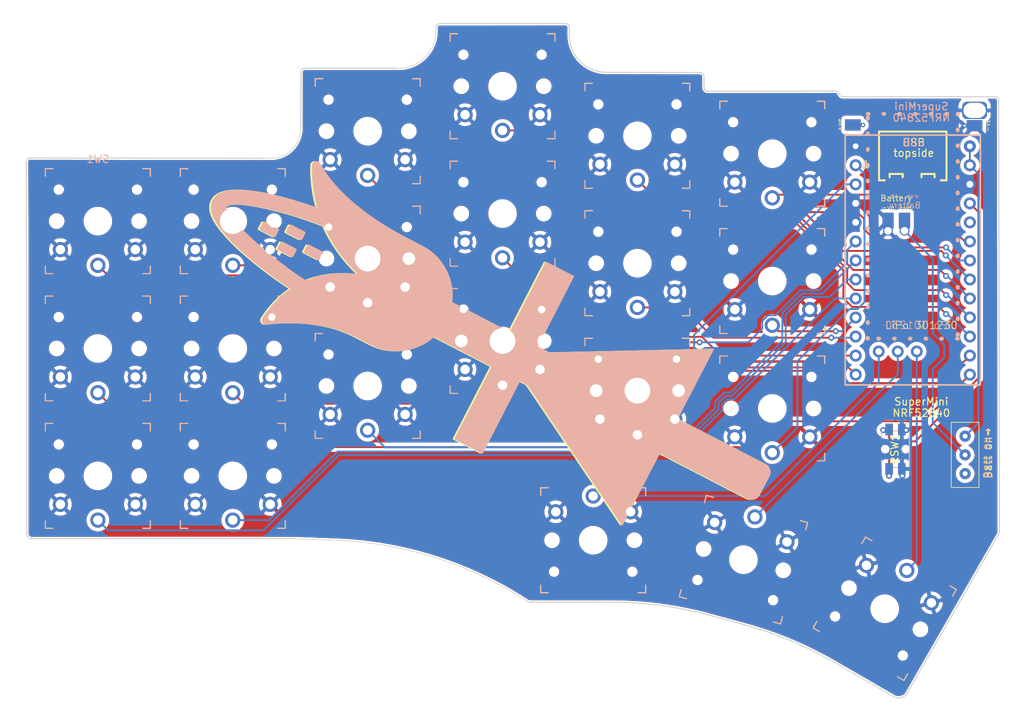
<source format=kicad_pcb>
(kicad_pcb (version 20221018) (generator pcbnew)
  (title_block (title "Maizeless") (date "2024-03-24") (rev "1.0") (company "Silico Biomancer"))
  (layers (0 "F.Cu" signal) (31 "B.Cu" signal) (34 "B.Paste" user) (35 "F.Paste" user) (36 "B.SilkS" user "B.Silkscreen") (37 "F.SilkS" user "F.Silkscreen") (38 "B.Mask" user) (39 "F.Mask" user) (44 "Edge.Cuts" user))
  (net 0 "")
  (net 1 "GND")
  (net 2 "VCC")
  (net 3 "Net-(BT1-+)")
  (net 4 "reset")
  (net 6 "vbat")
  (net 7 "key2")
  (net 8 "key3")
  (net 9 "key4")
  (net 10 "key5")
  (net 11 "key6")
  (net 12 "key8")
  (net 13 "key9")
  (net 14 "key10")
  (net 15 "key11")
  (net 16 "key12")
  (net 17 "key14")
  (net 18 "key15")
  (net 19 "key16")
  (net 20 "key17")
  (net 21 "key18")
  (net 22 "thumb1")
  (net 23 "thumb2")
  (net 24 "thumb3")
  (net 25 "key1")
  (net 26 "key7")
  (net 27 "key13")
  (footprint "lib:SW_PG1350_reversible" (layer "F.Cu") (at 85.91 70.4)
    (fp_text reference "SW2" hide)
    (fp_text value "SW_PUSH")
  )
  (footprint "lib:SW_PG1350_reversible" (layer "F.Cu") (at 103.91 58.4)
    (fp_text reference "SW3" hide)
    (fp_text value "SW_PUSH")
  )
  (footprint "lib:SW_PG1350_reversible" (layer "F.Cu") (at 121.91 52.4)
    (fp_text reference "SW4" hide)
    (fp_text value "SW_PUSH")
  )
  (footprint "lib:SW_PG1350_reversible" (layer "F.Cu") (at 139.91 59.02)
    (fp_text reference "SW5" hide)
    (fp_text value "SW_PUSH")
  )
  (footprint "lib:SW_PG1350_reversible" (layer "F.Cu") (at 157.91 61.4)
    (fp_text reference "SW6" hide)
    (fp_text value "SW_PUSH")
  )
  (footprint "lib:SW_PG1350_reversible" (layer "F.Cu") (at 85.91 87.4)
    (fp_text reference "SW8" hide)
    (fp_text value "SW_PUSH")
  )
  (footprint "lib:SW_PG1350_reversible" (layer "F.Cu") (at 103.91 75.4)
    (fp_text reference "SW9" hide)
    (fp_text value "SW_PUSH")
  )
  (footprint "lib:SW_PG1350_reversible" (layer "F.Cu") (at 121.91 69.4)
    (fp_text reference "SW10" hide)
    (fp_text value "SW_PUSH")
  )
  (footprint "lib:SW_PG1350_reversible" (layer "F.Cu") (at 139.91 76.02)
    (fp_text reference "SW11" hide)
    (fp_text value "SW_PUSH")
  )
  (footprint "lib:SW_PG1350_reversible" (layer "F.Cu") (at 157.91 78.4)
    (fp_text reference "SW12" hide)
    (fp_text value "SW_PUSH")
  )
  (footprint "lib:SW_PG1350_reversible" (layer "F.Cu") (at 85.91 104.4)
    (fp_text reference "SW14" hide)
    (fp_text value "SW_PUSH")
  )
  (footprint "lib:SW_PG1350_reversible" (layer "F.Cu") (at 103.91 92.4)
    (fp_text reference "SW15" hide)
    (fp_text value "SW_PUSH")
  )
  (footprint "lib:SW_PG1350_reversible" (layer "F.Cu") (at 121.91 86.4)
    (fp_text reference "SW16" hide)
    (fp_text value "SW_PUSH")
  )
  (footprint "lib:SW_PG1350_reversible" (layer "F.Cu") (at 139.91 93.025)
    (fp_text reference "SW17" hide)
    (fp_text value "SW_PUSH")
  )
  (footprint "lib:SW_PG1350_reversible" (layer "F.Cu") (at 157.91 95.4)
    (fp_text reference "SW18" hide)
    (fp_text value "SW_PUSH")
  )
  (footprint "lib:SW_PG1350_reversible" (layer "F.Cu") (at 134.01 112.99 180)
    (fp_text reference "SW19" hide)
    (fp_text value "SW_PUSH")
  )
  (footprint "lib:SW_PG1350_reversible" (layer "F.Cu") (at 154.06 115.58 165)
    (fp_text reference "SW20" hide)
    (fp_text value "SW_PUSH")
  )
  (footprint "lib:SW_PG1350_reversible" (layer "F.Cu") (at 172.9111 122.13 150)
    (fp_text reference "SW21" hide)
    (fp_text value "SW_PUSH")
  )
  (footprint "lib:SW_Slide_SPDT_SS12D00" (layer "F.Cu") (at 183.642 104.1 90)
    (fp_text reference "PWR_SW1" hide)
    (fp_text value "SW_SPDT")
  )
  (footprint "lib:routing_via" (layer "F.Cu") (at 184.912 55.626)
    (fp_text reference "REF**" hide)
    (fp_text value "routing_via" hide)
  )
  (footprint "lib:SuperMini NRF52840" (layer "F.Cu") (at 169.0343 60.4094)
    (fp_text reference "u1" hide)
    (fp_text value "nice_nano" hide)
  )
  (footprint "dumta:Battery_pads_reversible" (layer "F.Cu") (at 168.656 58.674 -90)
    (fp_text reference "BT1" hide)
    (fp_text value "Battery_Cell" hide)
  )
  (footprint "lib:SW_PG1350_reversible" (layer "F.Cu") (at 67.91 87.4)
    (fp_text reference "SW7" hide)
    (fp_text value "SW_PUSH")
  )
  (footprint "lib:SW_PG1350_reversible" (layer "F.Cu") (at 67.91 104.4)
    (fp_text reference "SW13" hide)
    (fp_text value "SW_PUSH")
  )
  (footprint "dumta:Battery_pads_reversible" (layer "F.Cu") (at 184.912 58.758 90)
    (fp_text reference "BT1" hide)
    (fp_text value "Battery_Cell" hide)
  )
  (footprint "lib:SW_PG1350_reversible" (layer "F.Cu") (at 67.91 70.4)
    (fp_text reference "SW1" hide)
    (fp_text value "SW_PUSH" hide)
  )
  (footprint "dumta:Panasonic_EVQPUL_EVQPUC_reversible" (layer "F.Cu") (at 174.349 100.838 90)
    (fp_text reference "RSW1")
    (fp_text value "SW_PUSH")
  )
  (footprint "dumta:Battery_pads_reversible" (layer "F.Cu") (at 174.4523 70.3434 180)
    (fp_text reference "BT1" hide)
    (fp_text value "Battery_Cell")
  )
  (gr_rect (start 170.65429 56.0914) (end 182.65429 86.0914) (stroke (width 0.5) (type dot)) (fill none) (layer "B.SilkS"))
  (gr_poly (pts (xy 131.491093 77.749581) (xy 119.265068 101.463231) (xy 117.376722 100.49406) (xy 116.078 99.822) (xy 115.649668 99.596427) (xy 115.486656 99.504425) (xy 127.712181 75.791582)) (fill solid) (layer "B.SilkS"))
  (gr_poly (pts (xy 92.488144 73.124525) (xy 92.497653 73.125048) (xy 92.507166 73.126038) (xy 92.516668 73.127499) (xy 92.526143 73.129437) (xy 92.535573 73.131855) (xy 92.544942 73.13476) (xy 92.554235 73.138156) (xy 92.563434 73.142048) (xy 92.572524 73.14644) (xy 94.331703 74.058448) (xy 94.340184 74.06317) (xy 94.348401 74.068272) (xy 94.356342 74.073743) (xy 94.363993 74.079571) (xy 94.371342 74.085744) (xy 94.378377 74.092251) (xy 94.385083 74.099081) (xy 94.39145 74.106221) (xy 94.397462 74.11366) (xy 94.403108 74.121386) (xy 94.408375 74.129388) (xy 94.41325 74.137654) (xy 94.417721 74.146172) (xy 94.421773 74.15493) (xy 94.425395 74.163918) (xy 94.428574 74.173123) (xy 94.431278 74.182466) (xy 94.433494 74.191886) (xy 94.435226 74.201366) (xy 94.436477 74.21089) (xy 94.437253 74.220441) (xy 94.437556 74.230002) (xy 94.437391 74.239558) (xy 94.436761 74.249091) (xy 94.43567 74.258584) (xy 94.434123 74.268022) (xy 94.432122 74.277388) (xy 94.429673 74.286665) (xy 94.426779 74.295836) (xy 94.423443 74.304886) (xy 94.41967 74.313797) (xy 94.415464 74.322552) (xy 94.006489 75.109714) (xy 94.001603 75.118577) (xy 93.996337 75.127086) (xy 93.990708 75.135237) (xy 93.984731 75.143025) (xy 93.978422 75.150445) (xy 93.971799 75.157491) (xy 93.964877 75.164159) (xy 93.957673 75.170444) (xy 93.950203 75.176341) (xy 93.942483 75.181844) (xy 93.934529 75.18695) (xy 93.926359 75.191653) (xy 93.917987 75.195948) (xy 93.909431 75.199829) (xy 93.900707 75.203294) (xy 93.891831 75.206335) (xy 93.882819 75.208948) (xy 93.873688 75.211129) (xy 93.864454 75.212873) (xy 93.855133 75.214173) (xy 93.845741 75.215026) (xy 93.836296 75.215427) (xy 93.826812 75.21537) (xy 93.817307 75.214851) (xy 93.807797 75.213864) (xy 93.798297 75.212405) (xy 93.788825 75.210469) (xy 93.779397 75.20805) (xy 93.770028 75.205145) (xy 93.760736 75.201747) (xy 93.751536 75.197852) (xy 93.742445 75.193455) (xy 91.983187 74.281408) (xy 91.974709 74.276697) (xy 91.966495 74.271604) (xy 91.958557 74.266141) (xy 91.950908 74.26032) (xy 91.94356 74.254153) (xy 91.936528 74.247651) (xy 91.929823 74.240827) (xy 91.923458 74.233692) (xy 91.917447 74.226259) (xy 91.911803 74.218538) (xy 91.906538 74.210542) (xy 91.901665 74.202283) (xy 91.897197 74.193772) (xy 91.893147 74.185021) (xy 91.889528 74.176042) (xy 91.886353 74.166848) (xy 91.883649 74.157504) (xy 91.881432 74.148083) (xy 91.8797 74.138601) (xy 91.878447 74.129074) (xy 91.87767 74.119519) (xy 91.877366 74.109954) (xy 91.87753 74.100396) (xy 91.878159 74.09086) (xy 91.879249 74.081364) (xy 91.880796 74.071924) (xy 91.882796 74.062558) (xy 91.885246 74.053283) (xy 91.888141 74.044114) (xy 91.891478 74.03507) (xy 91.895253 74.026166) (xy 91.899463 74.01742) (xy 92.30842 73.230202) (xy 92.313301 73.221324) (xy 92.318563 73.212801) (xy 92.32419 73.204638) (xy 92.330166 73.196841) (xy 92.336473 73.189414) (xy 92.343096 73.182362) (xy 92.350019 73.17569) (xy 92.357224 73.169402) (xy 92.364697 73.163504) (xy 92.372419 73.158) (xy 92.380376 73.152895) (xy 92.38855 73.148194) (xy 92.396925 73.143902) (xy 92.405485 73.140023) (xy 92.414213 73.136563) (xy 92.423094 73.133526) (xy 92.43211 73.130917) (xy 92.441246 73.128741) (xy 92.450485 73.127003) (xy 92.459811 73.125708) (xy 92.469207 73.124859) (xy 92.478656 73.124464)) (fill solid) (layer "B.SilkS"))
  (gr_poly (pts (xy 90.118282 70.457857) (xy 90.127784 70.45836) (xy 90.137291 70.45933) (xy 90.146787 70.460773) (xy 90.156256 70.462693) (xy 90.165681 70.465095) (xy 90.175046 70.467986) (xy 90.184334 70.47137) (xy 90.193531 70.475251) (xy 90.202618 70.479637) (xy 91.961725 71.391215) (xy 91.970199 71.395949) (xy 91.978408 71.401059) (xy 91.986342 71.406534) (xy 91.993986 71.412363) (xy 92.001329 71.418534) (xy 92.008356 71.425037) (xy 92.015056 71.431859) (xy 92.021416 71.43899) (xy 92.027422 71.446418) (xy 92.033063 71.454132) (xy 92.038324 71.462121) (xy 92.043194 71.470373) (xy 92.04766 71.478878) (xy 92.051708 71.487623) (xy 92.055325 71.496598) (xy 92.0585 71.505791) (xy 92.061208 71.515146) (xy 92.063428 71.524578) (xy 92.065164 71.534071) (xy 92.066421 71.543608) (xy 92.067201 71.553171) (xy 92.06751 71.562745) (xy 92.067349 71.57231) (xy 92.066725 71.581852) (xy 92.06564 71.591352) (xy 92.064098 71.600793) (xy 92.062103 71.610159) (xy 92.059659 71.619432) (xy 92.056769 71.628596) (xy 92.053438 71.637633) (xy 92.04967 71.646527) (xy 92.045467 71.65526) (xy 91.637476 72.442237) (xy 91.632584 72.451062) (xy 91.627313 72.459538) (xy 91.621679 72.467659) (xy 91.615698 72.475421) (xy 91.609387 72.482819) (xy 91.602763 72.489847) (xy 91.59584 72.4965) (xy 91.588636 72.502773) (xy 91.581166 72.508661) (xy 91.573448 72.514159) (xy 91.565497 72.519262) (xy 91.557329 72.523963) (xy 91.548961 72.52826) (xy 91.54041 72.532145) (xy 91.53169 72.535614) (xy 91.522819 72.538662) (xy 91.513813 72.541284) (xy 91.504688 72.543474) (xy 91.49546 72.545228) (xy 91.486145 72.546539) (xy 91.476761 72.547404) (xy 91.467322 72.547817) (xy 91.457846 72.547772) (xy 91.448349 72.547265) (xy 91.438846 72.54629) (xy 91.429355 72.544843) (xy 91.41989 72.542917) (xy 91.41047 72.540509) (xy 91.401109 72.537612) (xy 91.391824 72.534222) (xy 91.382632 72.530334) (xy 91.373549 72.525941) (xy 89.614245 71.614364) (xy 89.605789 71.609646) (xy 89.597593 71.604547) (xy 89.58967 71.59908) (xy 89.582035 71.593255) (xy 89.574699 71.587086) (xy 89.567677 71.580583) (xy 89.56098 71.573758) (xy 89.554623 71.566624) (xy 89.548618 71.559192) (xy 89.542978 71.551475) (xy 89.537717 71.543483) (xy 89.532848 71.535229) (xy 89.528383 71.526725) (xy 89.524336 71.517982) (xy 89.52072 71.509012) (xy 89.517548 71.499828) (xy 89.514844 71.490484) (xy 89.512629 71.48106) (xy 89.510897 71.471574) (xy 89.509646 71.462043) (xy 89.50887 71.452484) (xy 89.508566 71.442915) (xy 89.508729 71.433353) (xy 89.509355 71.423814) (xy 89.51044 71.414317) (xy 89.51198 71.404878) (xy 89.513971 71.395514) (xy 89.516408 71.386244) (xy 89.519288 71.377084) (xy 89.522606 71.368051) (xy 89.526358 71.359163) (xy 89.53054 71.350437) (xy 89.938573 70.563381) (xy 89.943467 70.554561) (xy 89.94874 70.54609) (xy 89.954376 70.537973) (xy 89.960359 70.530215) (xy 89.966672 70.52282) (xy 89.9733 70.515795) (xy 89.980225 70.509145) (xy 89.987433 70.502873) (xy 89.994905 70.496987) (xy 90.002627 70.49149) (xy 90.010582 70.486389) (xy 90.018753 70.481687) (xy 90.027125 70.477391) (xy 90.035681 70.473505) (xy 90.044404 70.470035) (xy 90.053279 70.466986) (xy 90.06229 70.464363) (xy 90.071419 70.462171) (xy 90.080651 70.460415) (xy 90.08997 70.4591) (xy 90.099359 70.458233) (xy 90.108802 70.457816)) (fill solid) (layer "B.SilkS"))
  (gr_poly (pts (xy 93.664238 70.856759) (xy 93.673736 70.857265) (xy 93.683239 70.85824) (xy 93.692731 70.859687) (xy 93.702196 70.861613) (xy 93.711617 70.864021) (xy 93.720978 70.866917) (xy 93.730263 70.870307) (xy 93.739455 70.874196) (xy 93.748539 70.878588) (xy 95.507665 71.790223) (xy 95.516139 71.794923) (xy 95.52435 71.800007) (xy 95.532286 71.805461) (xy 95.539933 71.811275) (xy 95.547278 71.817435) (xy 95.554309 71.82393) (xy 95.561012 71.830748) (xy 95.567374 71.837877) (xy 95.573383 71.845305) (xy 95.579026 71.85302) (xy 95.584289 71.86101) (xy 95.58916 71.869263) (xy 95.593625 71.877766) (xy 95.597673 71.886509) (xy 95.601289 71.895478) (xy 95.604461 71.904663) (xy 95.607165 71.914006) (xy 95.609382 71.923429) (xy 95.611116 71.932914) (xy 95.61237 71.942444) (xy 95.613148 71.952002) (xy 95.613453 71.961571) (xy 95.61329 71.971133) (xy 95.612662 71.980672) (xy 95.611573 71.990171) (xy 95.610027 71.999612) (xy 95.608026 72.008978) (xy 95.605576 72.018252) (xy 95.60268 72.027418) (xy 95.599341 72.036457) (xy 95.595563 72.045354) (xy 95.591351 72.05409) (xy 95.183287 72.840635) (xy 95.178383 72.849458) (xy 95.173101 72.857932) (xy 95.167457 72.866051) (xy 95.161467 72.873812) (xy 95.155148 72.881208) (xy 95.148516 72.888234) (xy 95.141588 72.894886) (xy 95.134378 72.901158) (xy 95.126904 72.907045) (xy 95.119181 72.912542) (xy 95.111226 72.917644) (xy 95.103055 72.922345) (xy 95.094685 72.926641) (xy 95.086131 72.930526) (xy 95.077409 72.933995) (xy 95.068537 72.937044) (xy 95.059529 72.939666) (xy 95.050403 72.941857) (xy 95.041174 72.943612) (xy 95.031859 72.944925) (xy 95.022474 72.945792) (xy 95.013035 72.946207) (xy 95.003558 72.946165) (xy 94.99406 72.945661) (xy 94.984556 72.944689) (xy 94.975063 72.943246) (xy 94.965598 72.941325) (xy 94.956175 72.938921) (xy 94.946812 72.93603) (xy 94.937525 72.932646) (xy 94.92833 72.928763) (xy 94.919243 72.924378) (xy 93.160076 72.012822) (xy 93.151593 72.00809) (xy 93.143376 72.002982) (xy 93.135438 71.997508) (xy 93.127791 71.99168) (xy 93.120447 71.985509) (xy 93.113419 71.979006) (xy 93.106721 71.972183) (xy 93.100363 71.965051) (xy 93.09436 71.957622) (xy 93.088723 71.949907) (xy 93.083465 71.941917) (xy 93.078599 71.933664) (xy 93.074137 71.925158) (xy 93.070091 71.916412) (xy 93.066475 71.907437) (xy 93.063301 71.898243) (xy 93.060597 71.888901) (xy 93.058379 71.879482) (xy 93.056644 71.870003) (xy 93.055389 71.860481) (xy 93.054609 71.850931) (xy 93.054301 71.841372) (xy 93.054461 71.831818) (xy 93.055085 71.822287) (xy 93.05617 71.812795) (xy 93.057712 71.803359) (xy 93.059707 71.793995) (xy 93.062152 71.784719) (xy 93.065043 71.775549) (xy 93.068376 71.766501) (xy 93.072147 71.75759) (xy 93.076353 71.748835) (xy 93.484495 70.96233) (xy 93.489398 70.953502) (xy 93.494679 70.945023) (xy 93.500322 70.936899) (xy 93.506311 70.929134) (xy 93.51263 70.921734) (xy 93.519262 70.914703) (xy 93.526191 70.908048) (xy 93.533402 70.901773) (xy 93.540877 70.895883) (xy 93.548601 70.890383) (xy 93.556557 70.885279) (xy 93.564729 70.880576) (xy 93.5731 70.876278) (xy 93.581656 70.872392) (xy 93.590379 70.868921) (xy 93.599253 70.865872) (xy 93.608261 70.86325) (xy 93.617389 70.861059) (xy 93.626619 70.859305) (xy 93.635935 70.857992) (xy 93.645321 70.857127) (xy 93.65476 70.856714)) (fill solid) (layer "B.SilkS"))
  (gr_poly (pts (xy 97.123799 62.405258) (xy 97.147354 62.407096) (xy 97.170741 62.409883) (xy 97.193936 62.413607) (xy 97.21691 62.418255) (xy 97.239638 62.423816) (xy 97.262093 62.430278) (xy 97.284249 62.437628) (xy 97.306078 62.445854) (xy 97.327554 62.454944) (xy 97.348651 62.464886) (xy 97.369342 62.475668) (xy 97.389601 62.487277) (xy 97.409401 62.499703) (xy 97.428715 62.512932) (xy 97.447517 62.526952) (xy 97.46578 62.541751) (xy 97.483477 62.557318) (xy 97.500583 62.573639) (xy 97.517071 62.590703) (xy 97.532913 62.608499) (xy 97.548084 62.627012) (xy 97.562556 62.646233) (xy 97.576304 62.666147) (xy 97.5893 62.686744) (xy 97.601519 62.708011) (xy 97.878147 63.192239) (xy 98.175772 63.667107) (xy 98.492836 64.132424) (xy 98.827783 64.587998) (xy 99.179058 65.033639) (xy 99.545104 65.469155) (xy 100.315286 66.30905) (xy 101.12588 67.106155) (xy 101.964438 67.85894) (xy 102.81851 68.565878) (xy 103.675648 69.22544) (xy 104.523403 69.836098) (xy 105.349326 70.396323) (xy 106.140969 70.904587) (xy 106.885883 71.359361) (xy 108.185728 72.102327) (xy 109.149271 72.612993) (xy 111.238453 73.695586) (xy 111.562919 73.874127) (xy 111.876784 74.067657) (xy 112.179622 74.275669) (xy 112.471005 74.497655) (xy 112.750508 74.733108) (xy 113.017705 74.981522) (xy 113.272167 75.242387) (xy 113.513469 75.515198) (xy 113.741184 75.799447) (xy 113.954886 76.094627) (xy 114.154148 76.40023) (xy 114.338544 76.715749) (xy 114.507646 77.040677) (xy 114.661029 77.374506) (xy 114.798266 77.716729) (xy 114.91893 78.06684) (xy 114.976874 78.259103) (xy 115.02935 78.452343) (xy 115.076391 78.646458) (xy 115.118026 78.841347) (xy 115.154289 79.036907) (xy 115.185209 79.233036) (xy 115.210819 79.429632) (xy 115.23115 79.626593) (xy 115.246233 79.823818) (xy 115.2561 80.021203) (xy 115.260781 80.218647) (xy 115.260309 80.416048) (xy 115.254715 80.613305) (xy 115.24403 80.810314) (xy 115.228285 81.006974) (xy 115.207512 81.203183) (xy 157.015881 102.794114) (xy 157.071896 102.824938) (xy 157.125702 102.858203) (xy 157.177265 102.893803) (xy 157.226552 102.931631) (xy 157.27353 102.971583) (xy 157.318164 103.013554) (xy 157.360422 103.057438) (xy 157.40027 103.103129) (xy 157.437675 103.150523) (xy 157.472603 103.199514) (xy 157.50502 103.249996) (xy 157.534895 103.301864) (xy 157.562192 103.355014) (xy 157.586879 103.409338) (xy 157.608922 103.464733) (xy 157.628288 103.521092) (xy 157.644944 103.578311) (xy 157.658855 103.636284) (xy 157.669989 103.694905) (xy 157.678312 103.754069) (xy 157.68379 103.813671) (xy 157.686391 103.873606) (xy 157.686081 103.933767) (xy 157.682826 103.994051) (xy 157.676593 104.05435) (xy 157.667349 104.114561) (xy 157.65506 104.174577) (xy 157.639692 104.234293) (xy 157.621213 104.293604) (xy 157.599589 104.352405) (xy 157.574787 104.410589) (xy 157.546772 104.468052) (xy 156.272389 106.927662) (xy 156.241517 106.983645) (xy 156.208208 107.03742) (xy 156.172568 107.088955) (xy 156.1347 107.138216) (xy 156.094711 107.185169) (xy 156.052707 107.229782) (xy 156.008791 107.272021) (xy 155.963069 107.311852) (xy 155.915647 107.349243) (xy 155.866629 107.384159) (xy 155.816122 107.416568) (xy 155.76423 107.446437) (xy 155.711058 107.47373) (xy 155.656711 107.498417) (xy 155.601296 107.520462) (xy 155.544916 107.539833) (xy 155.487678 107.556496) (xy 155.429686 107.570417) (xy 155.371047 107.581565) (xy 155.311864 107.589904) (xy 155.252243 107.595403) (xy 155.192289 107.598026) (xy 155.132109 107.597742) (xy 155.071806 107.594516) (xy 155.011486 107.588316) (xy 154.951255 107.579107) (xy 154.891217 107.566857) (xy 154.831478 107.551532) (xy 154.772143 107.533099) (xy 154.713317 107.511525) (xy 154.655106 107.486775) (xy 154.597614 107.458817) (xy 112.790684 85.868739) (xy 112.35734 86.229758) (xy 111.900632 86.555252) (xy 111.422901 86.84445) (xy 110.926493 87.096586) (xy 110.41375 87.310891) (xy 109.887015 87.486598) (xy 109.348633 87.622938) (xy 108.800946 87.719144) (xy 108.246298 87.774448) (xy 107.687033 87.788082) (xy 107.125494 87.759278) (xy 106.564025 87.687268) (xy 106.004968 87.571285) (xy 105.450668 87.410559) (xy 104.903468 87.204324) (xy 104.365711 86.951811) (xy 102.27632 85.86876) (xy 101.45892 85.482551) (xy 100.626165 85.151432) (xy 99.783617 84.871703) (xy 98.936837 84.639663) (xy 98.091388 84.451612) (xy 97.25283 84.303848) (xy 96.426727 84.192672) (xy 95.61864 84.114383) (xy 94.83413 84.06528) (xy 94.07876 84.041663) (xy 93.358091 84.03983) (xy 92.677685 84.056083) (xy 91.45991 84.128039) (xy 90.469929 84.227927) (xy 90.44906 84.230044) (xy 90.428233 84.2314) (xy 90.407463 84.232003) (xy 90.386769 84.231862) (xy 90.366168 84.230985) (xy 90.345677 84.22938) (xy 90.325313 84.227055) (xy 90.305095 84.22402) (xy 90.28504 84.220281) (xy 90.265164 84.215848) (xy 90.245486 84.210729) (xy 90.226023 84.204932) (xy 90.206792 84.198466) (xy 90.187811 84.191338) (xy 90.169097 84.183557) (xy 90.150667 84.175132) (xy 90.132539 84.16607) (xy 90.114731 84.15638) (xy 90.097259 84.146071) (xy 90.080142 84.13515) (xy 90.063396 84.123627) (xy 90.047039 84.111508) (xy 90.031089 84.098804) (xy 90.015563 84.085521) (xy 90.000478 84.071668) (xy 89.985851 84.057254) (xy 89.971701 84.042287) (xy 89.958044 84.026775) (xy 89.944899 84.010726) (xy 89.932281 83.994149) (xy 89.92021 83.977053) (xy 89.908701 83.959444) (xy 89.887658 83.923211) (xy 89.869434 83.885904) (xy 89.854032 83.847678) (xy 89.84145 83.808686) (xy 89.83169 83.769083) (xy 89.824752 83.729024) (xy 89.820636 83.688663) (xy 89.819342 83.648154) (xy 89.820872 83.607651) (xy 89.825224 83.56731) (xy 89.8324 83.527284) (xy 89.842401 83.487728) (xy 89.855225 83.448795) (xy 89.870874 83.410641) (xy 89.889348 83.37342) (xy 89.910648 83.337286) (xy 90.120262 83.017848) (xy 90.333417 82.709363) (xy 90.549973 82.411651) (xy 90.76979 82.124531) (xy 90.992731 81.847823) (xy 91.218655 81.581344) (xy 91.447423 81.324916) (xy 91.678898 81.078356) (xy 91.912938 80.841483) (xy 92.149405 80.614118) (xy 92.388161 80.396079) (xy 92.629065 80.187185) (xy 92.87198 79.987255) (xy 93.116765 79.796109) (xy 93.363281 79.613566) (xy 93.61139 79.439444) (xy 92.743778 78.855879) (xy 91.874277 78.24894) (xy 91.009445 77.62255) (xy 90.155838 76.980628) (xy 89.320015 76.327095) (xy 88.508532 75.665872) (xy 87.727946 75.000879) (xy 86.984814 74.336038) (xy 86.285694 73.675268) (xy 85.637143 73.022491) (xy 85.045717 72.381626) (xy 84.517975 71.756596) (xy 84.060473 71.15132) (xy 83.679769 70.569718) (xy 83.520265 70.289021) (xy 83.382419 70.015713) (xy 83.267051 69.750284) (xy 83.174981 69.493224) (xy 83.135528 69.360325) (xy 83.102034 69.22924) (xy 83.0745 69.099992) (xy 83.052923 68.972607) (xy 83.037302 68.847112) (xy 83.027637 68.72353) (xy 83.024591 68.623726) (xy 85.086323 68.623726) (xy 85.089448 68.750825) (xy 85.130662 68.904309) (xy 85.208361 69.082726) (xy 85.466792 69.508564) (xy 85.851899 70.016739) (xy 86.350844 70.59565) (xy 86.950785 71.233697) (xy 87.638882 71.919281) (xy 88.402294 72.640799) (xy 89.228182 73.386654) (xy 90.103705 74.145244) (xy 91.016023 74.904969) (xy 91.952295 75.654229) (xy 92.899682 76.381424) (xy 93.845341 77.074953) (xy 94.776434 77.723217) (xy 95.680121 78.314615) (xy 96.136201 78.134813) (xy 96.592629 77.976105) (xy 97.048642 77.837567) (xy 97.503478 77.718279) (xy 97.956376 77.617318) (xy 98.406575 77.533763) (xy 98.853312 77.466692) (xy 99.295826 77.415184) (xy 99.733355 77.378315) (xy 100.165138 77.355165) (xy 100.590413 77.344811) (xy 101.008417 77.346333) (xy 101.418391 77.358807) (xy 101.819571 77.381313) (xy 102.211196 77.412928) (xy 102.592505 77.452732) (xy 102.199461 77.061481) (xy 101.823194 76.668318) (xy 101.463355 76.273534) (xy 101.119594 75.877422) (xy 100.791564 75.480276) (xy 100.478915 75.082388) (xy 100.1813 74.684051) (xy 99.89837 74.285557) (xy 99.629776 73.8872) (xy 99.37517 73.489272) (xy 99.134203 73.092066) (xy 98.906526 72.695876) (xy 98.691792 72.300993) (xy 98.489651 71.90771) (xy 98.299755 71.516321) (xy 98.121756 71.127119) (xy 96.970436 70.689182) (xy 95.824979 70.283426) (xy 94.693813 69.910817) (xy 93.585364 69.572326) (xy 92.508056 69.268922) (xy 91.470316 69.001575) (xy 90.480571 68.771253) (xy 89.547246 68.578927) (xy 88.678767 68.425565) (xy 87.88356 68.312137) (xy 87.170051 68.239612) (xy 86.546667 68.208959) (xy 86.021833 68.221149) (xy 85.799006 68.243612) (xy 85.603975 68.277149) (xy 85.437796 68.321882) (xy 85.30152 68.37793) (xy 85.196201 68.445416) (xy 85.122893 68.524461) (xy 85.086323 68.623726) (xy 83.024591 68.623726) (xy 83.023924 68.601887) (xy 83.026164 68.482209) (xy 83.034355 68.364521) (xy 83.048496 68.248848) (xy 83.068585 68.135217) (xy 83.094622 68.023651) (xy 83.126604 67.914177) (xy 83.16453 67.806819) (xy 83.2084 67.701604) (xy 83.258212 67.598556) (xy 83.440751 67.308249) (xy 83.670314 67.051722) (xy 83.94714 66.828957) (xy 84.271463 66.639936) (xy 84.643522 66.484641) (xy 85.063552 66.363055) (xy 85.531791 66.27516) (xy 86.048476 66.220938) (xy 86.613842 66.200371) (xy 87.228127 66.213443) (xy 87.891567 66.260134) (xy 88.6044 66.340428) (xy 89.366862 66.454307) (xy 90.179189 66.601753) (xy 91.041618 66.782748) (xy 91.954387 66.997275) (xy 92.588952 67.159056) (xy 93.234101 67.33378) (xy 93.887792 67.520568) (xy 94.547979 67.718542) (xy 95.212618 67.926823) (xy 95.879665 68.144533) (xy 96.547075 68.370793) (xy 97.212804 68.604726) (xy 97.100442 68.188294) (xy 96.999585 67.778224) (xy 96.909721 67.374982) (xy 96.83034 66.979035) (xy 96.76093 66.590847) (xy 96.70098 66.210887) (xy 96.64998 65.839619) (xy 96.607418 65.47751) (xy 96.545564 64.782634) (xy 96.511331 64.129989) (xy 96.50063 63.523302) (xy 96.509373 62.966305) (xy 96.509375 62.966299) (xy 96.510646 62.941869) (xy 96.512926 62.917684) (xy 96.516197 62.893769) (xy 96.520439 62.870146) (xy 96.525634 62.846837) (xy 96.531761 62.823865) (xy 96.538803 62.801254) (xy 96.546741 62.779027) (xy 96.555555 62.757205) (xy 96.565226 62.735812) (xy 96.575736 62.714871) (xy 96.587065 62.694405) (xy 96.599195 62.674437) (xy 96.612106 62.654988) (xy 96.625779 62.636084) (xy 96.640196 62.617745) (xy 96.655337 62.599995) (xy 96.671184 62.582857) (xy 96.687717 62.566354) (xy 96.704918 62.550509) (xy 96.722767 62.535344) (xy 96.741246 62.520882) (xy 96.760336 62.507147) (xy 96.780017 62.49416) (xy 96.80027 62.481946) (xy 96.821077 62.470527) (xy 96.842418 62.459925) (xy 96.864276 62.450163) (xy 96.886629 62.441265) (xy 96.909461 62.433254) (xy 96.932751 62.426151) (xy 96.95648 62.419981) (xy 96.980458 62.414837) (xy 97.004455 62.410727) (xy 97.028445 62.407638) (xy 97.052401 62.405559) (xy 97.076296 62.404478) (xy 97.100104 62.404381)) (fill solid) (layer "B.SilkS"))
  (gr_poly (pts (xy 96.035743 73.524239) (xy 96.045309 73.524831) (xy 96.054838 73.525889) (xy 96.064307 73.527414) (xy 96.073698 73.529405) (xy 96.082988 73.531861) (xy 96.092159 73.534782) (xy 96.101189 73.538168) (xy 96.110058 73.542018) (xy 96.118745 73.546332) (xy 98.05082 74.548319) (xy 97.552397 75.508207) (xy 97.547512 75.517071) (xy 97.542247 75.525583) (xy 97.53662 75.533739) (xy 97.530645 75.541533) (xy 97.52434 75.54896) (xy 97.517721 75.556014) (xy 97.510803 75.562691) (xy 97.503604 75.568986) (xy 97.496138 75.574893) (xy 97.488423 75.580407) (xy 97.480474 75.585524) (xy 97.472308 75.590237) (xy 97.463941 75.594543) (xy 97.455389 75.598435) (xy 97.446668 75.601908) (xy 97.437795 75.604959) (xy 97.428786 75.60758) (xy 97.419656 75.609768) (xy 97.410422 75.611516) (xy 97.401101 75.612821) (xy 97.391708 75.613676) (xy 97.38226 75.614077) (xy 97.372772 75.614019) (xy 97.363261 75.613496) (xy 97.353744 75.612503) (xy 97.344236 75.611035) (xy 97.334754 75.609087) (xy 97.325313 75.606654) (xy 97.31593 75.603731) (xy 97.306622 75.600312) (xy 97.297404 75.596393) (xy 97.288292 75.591968) (xy 95.530472 74.680961) (xy 95.521998 74.67626) (xy 95.513786 74.671176) (xy 95.505851 74.665721) (xy 95.498203 74.659906) (xy 95.490858 74.653744) (xy 95.483826 74.647246) (xy 95.477122 74.640424) (xy 95.470758 74.63329) (xy 95.464747 74.625856) (xy 95.459102 74.618133) (xy 95.453835 74.610134) (xy 95.448961 74.60187) (xy 95.444491 74.593353) (xy 95.440439 74.584594) (xy 95.436817 74.575607) (xy 95.433639 74.566402) (xy 95.430934 74.557058) (xy 95.428718 74.547637) (xy 95.426985 74.538154) (xy 95.425732 74.528626) (xy 95.424955 74.519071) (xy 95.42465 74.509504) (xy 95.424814 74.499944) (xy 95.425442 74.490405) (xy 95.426531 74.480906) (xy 95.428076 74.471463) (xy 95.430075 74.462092) (xy 95.432523 74.452811) (xy 95.435416 74.443636) (xy 95.438751 74.434584) (xy 95.442523 74.425671) (xy 95.44673 74.416914) (xy 95.854759 73.630055) (xy 95.859372 73.621523) (xy 95.864402 73.613265) (xy 95.869831 73.605294) (xy 95.875644 73.597621) (xy 95.881825 73.590258) (xy 95.888357 73.583218) (xy 95.895224 73.576512) (xy 95.90241 73.570152) (xy 95.909899 73.564151) (xy 95.917674 73.55852) (xy 95.92572 73.553271) (xy 95.93402 73.548417) (xy 95.942557 73.54397) (xy 95.951317 73.53994) (xy 95.960282 73.536341) (xy 95.969436 73.533184) (xy 95.978694 73.530501) (xy 95.988059 73.528287) (xy 95.997508 73.526542) (xy 96.007021 73.525264) (xy 96.016579 73.524455) (xy 96.026159 73.524113)) (fill solid) (layer "B.SilkS"))
  (gr_poly (pts (xy 137.901814 111.047184) (xy 122.439983 88.064957) (xy 150.132565 87.455189)) (stroke (width 0.040702)) (fill solid) (layer "B.SilkS"))
  (gr_poly (pts (xy 96.856509 62.398971) (xy 96.880064 62.400809) (xy 96.903451 62.403596) (xy 96.926646 62.40732) (xy 96.94962 62.411968) (xy 96.972348 62.417529) (xy 96.994803 62.423991) (xy 97.016959 62.431341) (xy 97.038788 62.439567) (xy 97.060264 62.448657) (xy 97.081361 62.458599) (xy 97.102052 62.469381) (xy 97.122311 62.48099) (xy 97.142111 62.493416) (xy 97.161425 62.506645) (xy 97.180227 62.520665) (xy 97.19849 62.535464) (xy 97.216187 62.551031) (xy 97.233293 62.567352) (xy 97.249781 62.584416) (xy 97.265623 62.602212) (xy 97.280794 62.620725) (xy 97.295266 62.639946) (xy 97.309014 62.65986) (xy 97.32201 62.680457) (xy 97.334229 62.701724) (xy 97.610857 63.185952) (xy 97.908482 63.66082) (xy 98.225546 64.126137) (xy 98.560493 64.581711) (xy 98.911768 65.027352) (xy 99.277814 65.462868) (xy 100.047996 66.302763) (xy 100.85859 67.099868) (xy 101.697148 67.852653) (xy 102.55122 68.559591) (xy 103.408358 69.219153) (xy 104.256113 69.829811) (xy 105.082036 70.390036) (xy 105.873679 70.8983) (xy 106.618593 71.353074) (xy 107.918438 72.09604) (xy 108.881981 72.606706) (xy 110.971163 73.689299) (xy 111.295629 73.86784) (xy 111.609494 74.06137) (xy 111.912332 74.269382) (xy 112.203715 74.491368) (xy 112.483218 74.726821) (xy 112.750415 74.975235) (xy 113.004877 75.2361) (xy 113.246179 75.508911) (xy 113.473894 75.79316) (xy 113.687596 76.08834) (xy 113.886858 76.393943) (xy 114.071254 76.709462) (xy 114.240356 77.03439) (xy 114.393739 77.368219) (xy 114.530976 77.710442) (xy 114.65164 78.060553) (xy 114.709584 78.252816) (xy 114.76206 78.446056) (xy 114.809101 78.640171) (xy 114.850736 78.83506) (xy 114.886999 79.03062) (xy 114.917919 79.226749) (xy 114.943529 79.423345) (xy 114.96386 79.620306) (xy 114.978943 79.817531) (xy 114.98881 80.014916) (xy 114.993491 80.21236) (xy 114.993019 80.409761) (xy 114.987425 80.607018) (xy 114.97674 80.804027) (xy 114.960995 81.000687) (xy 114.940222 81.196896) (xy 156.748591 102.787827) (xy 156.804606 102.818651) (xy 156.858412 102.851916) (xy 156.909975 102.887516) (xy 156.959262 102.925344) (xy 157.00624 102.965296) (xy 157.050874 103.007267) (xy 157.093132 103.051151) (xy 157.13298 103.096842) (xy 157.170385 103.144236) (xy 157.205313 103.193227) (xy 157.23773 103.243709) (xy 157.267605 103.295577) (xy 157.294902 103.348727) (xy 157.319589 103.403051) (xy 157.341632 103.458446) (xy 157.360998 103.514805) (xy 157.377654 103.572024) (xy 157.391565 103.629997) (xy 157.402699 103.688618) (xy 157.411022 103.747782) (xy 157.4165 103.807384) (xy 157.419101 103.867319) (xy 157.418791 103.92748) (xy 157.415536 103.987764) (xy 157.409303 104.048063) (xy 157.400059 104.108274) (xy 157.38777 104.16829) (xy 157.372402 104.228006) (xy 157.353923 104.287317) (xy 157.332299 104.346118) (xy 157.307497 104.404302) (xy 157.279482 104.461765) (xy 156.005099 106.921375) (xy 155.974227 106.977358) (xy 155.940918 107.031133) (xy 155.905278 107.082668) (xy 155.86741 107.131929) (xy 155.827421 107.178882) (xy 155.785417 107.223495) (xy 155.741501 107.265734) (xy 155.695779 107.305565) (xy 155.648357 107.342956) (xy 155.599339 107.377872) (xy 155.548832 107.410281) (xy 155.49694 107.44015) (xy 155.443768 107.467443) (xy 155.389421 107.49213) (xy 155.334006 107.514175) (xy 155.277626 107.533546) (xy 155.220388 107.550209) (xy 155.162396 107.56413) (xy 155.103757 107.575278) (xy 155.044574 107.583617) (xy 154.984953 107.589116) (xy 154.924999 107.591739) (xy 154.864819 107.591455) (xy 154.804516 107.588229) (xy 154.744196 107.582029) (xy 154.683965 107.57282) (xy 154.623927 107.56057) (xy 154.564188 107.545245) (xy 154.504853 107.526812) (xy 154.446027 107.505238) (xy 154.387816 107.480488) (xy 154.330324 107.45253) (xy 112.523394 85.862452) (xy 112.09005 86.223471) (xy 111.633342 86.548965) (xy 111.155611 86.838163) (xy 110.659203 87.090299) (xy 110.14646 87.304604) (xy 109.619725 87.480311) (xy 109.081343 87.616651) (xy 108.533656 87.712857) (xy 107.979008 87.768161) (xy 107.419743 87.781795) (xy 106.858204 87.752991) (xy 106.296735 87.680981) (xy 105.737678 87.564998) (xy 105.183378 87.404272) (xy 104.636178 87.198037) (xy 104.098421 86.945524) (xy 102.00903 85.862473) (xy 101.19163 85.476264) (xy 100.358875 85.145145) (xy 99.516327 84.865416) (xy 98.669547 84.633376) (xy 97.824098 84.445325) (xy 96.98554 84.297561) (xy 96.159437 84.186385) (xy 95.35135 84.108096) (xy 94.56684 84.058993) (xy 93.81147 84.035376) (xy 93.090801 84.033543) (xy 92.410395 84.049796) (xy 91.19262 84.121752) (xy 90.202639 84.22164) (xy 90.18177 84.223757) (xy 90.160943 84.225113) (xy 90.140173 84.225716) (xy 90.119479 84.225575) (xy 90.098878 84.224698) (xy 90.078387 84.223093) (xy 90.058023 84.220768) (xy 90.037805 84.217733) (xy 90.01775 84.213994) (xy 89.997874 84.209561) (xy 89.978196 84.204442) (xy 89.958733 84.198645) (xy 89.939502 84.192179) (xy 89.920521 84.185051) (xy 89.901807 84.17727) (xy 89.883377 84.168845) (xy 89.865249 84.159783) (xy 89.847441 84.150093) (xy 89.829969 84.139784) (xy 89.812852 84.128863) (xy 89.796106 84.11734) (xy 89.779749 84.105221) (xy 89.763799 84.092517) (xy 89.748273 84.079234) (xy 89.733188 84.065381) (xy 89.718561 84.050967) (xy 89.704411 84.036) (xy 89.690754 84.020488) (xy 89.677609 84.004439) (xy 89.664991 83.987862) (xy 89.65292 83.970766) (xy 89.641411 83.953157) (xy 89.620368 83.916924) (xy 89.602144 83.879617) (xy 89.586742 83.841391) (xy 89.57416 83.802399) (xy 89.5644 83.762796) (xy 89.557462 83.722737) (xy 89.553346 83.682376) (xy 89.552052 83.641867) (xy 89.553582 83.601364) (xy 89.557934 83.561023) (xy 89.56511 83.520997) (xy 89.575111 83.481441) (xy 89.587935 83.442508) (xy 89.603584 83.404354) (xy 89.622058 83.367133) (xy 89.643358 83.330999) (xy 89.852972 83.011561) (xy 90.066127 82.703076) (xy 90.282683 82.405364) (xy 90.5025 82.118244) (xy 90.725441 81.841536) (xy 90.951365 81.575057) (xy 91.180133 81.318629) (xy 91.411608 81.072069) (xy 91.645648 80.835196) (xy 91.882115 80.607831) (xy 92.120871 80.389792) (xy 92.361775 80.180898) (xy 92.60469 79.980968) (xy 92.849475 79.789822) (xy 93.095991 79.607279) (xy 93.3441 79.433157) (xy 92.476488 78.849592) (xy 91.606987 78.242653) (xy 90.742155 77.616263) (xy 89.888548 76.974341) (xy 89.052725 76.320808) (xy 88.241242 75.659585) (xy 87.460656 74.994592) (xy 86.717524 74.329751) (xy 86.018404 73.668981) (xy 85.369853 73.016204) (xy 84.778427 72.375339) (xy 84.250685 71.750309) (xy 83.793183 71.145033) (xy 83.412479 70.563431) (xy 83.252975 70.282734) (xy 83.115129 70.009426) (xy 82.999761 69.743997) (xy 82.907691 69.486937) (xy 82.868238 69.354038) (xy 82.834744 69.222953) (xy 82.80721 69.093705) (xy 82.785633 68.96632) (xy 82.770012 68.840825) (xy 82.760347 68.717243) (xy 82.757301 68.617439) (xy 84.819033 68.617439) (xy 84.822158 68.744538) (xy 84.863372 68.898022) (xy 84.941071 69.076439) (xy 85.199502 69.502277) (xy 85.584609 70.010452) (xy 86.083554 70.589363) (xy 86.683495 71.22741) (xy 87.371592 71.912994) (xy 88.135004 72.634512) (xy 88.960892 73.380367) (xy 89.836415 74.138957) (xy 90.748733 74.898682) (xy 91.685005 75.647942) (xy 92.632392 76.375137) (xy 93.578051 77.068666) (xy 94.509144 77.71693) (xy 95.412831 78.308328) (xy 95.868911 78.128526) (xy 96.325339 77.969818) (xy 96.781352 77.83128) (xy 97.236188 77.711992) (xy 97.689086 77.611031) (xy 98.139285 77.527476) (xy 98.586022 77.460405) (xy 99.028536 77.408897) (xy 99.466065 77.372028) (xy 99.897848 77.348878) (xy 100.323123 77.338524) (xy 100.741127 77.340046) (xy 101.151101 77.35252) (xy 101.552281 77.375026) (xy 101.943906 77.406641) (xy 102.325215 77.446445) (xy 101.932171 77.055194) (xy 101.555904 76.662031) (xy 101.196065 76.267247) (xy 100.852304 75.871135) (xy 100.524274 75.473989) (xy 100.211625 75.076101) (xy 99.91401 74.677764) (xy 99.63108 74.27927) (xy 99.362486 73.880913) (xy 99.10788 73.482985) (xy 98.866913 73.085779) (xy 98.639236 72.689589) (xy 98.424502 72.294706) (xy 98.222361 71.901423) (xy 98.032465 71.510034) (xy 97.854466 71.120832) (xy 96.703146 70.682895) (xy 95.557689 70.277139) (xy 94.426523 69.90453) (xy 93.318074 69.566039) (xy 92.240766 69.262635) (xy 91.203026 68.995288) (xy 90.213281 68.764966) (xy 89.279956 68.57264) (xy 88.411477 68.419278) (xy 87.61627 68.30585) (xy 86.902761 68.233325) (xy 86.279377 68.202672) (xy 85.754543 68.214862) (xy 85.531716 68.237325) (xy 85.336685 68.270862) (xy 85.170506 68.315595) (xy 85.03423 68.371643) (xy 84.928911 68.439129) (xy 84.855603 68.518174) (xy 84.819033 68.617439) (xy 82.757301 68.617439) (xy 82.756634 68.5956) (xy 82.758874 68.475922) (xy 82.767065 68.358234) (xy 82.781206 68.242561) (xy 82.801295 68.12893) (xy 82.827332 68.017364) (xy 82.859314 67.90789) (xy 82.89724 67.800532) (xy 82.94111 67.695317) (xy 82.990922 67.592269) (xy 83.173461 67.301962) (xy 83.403024 67.045435) (xy 83.67985 66.82267) (xy 84.004173 66.633649) (xy 84.376232 66.478354) (xy 84.796262 66.356768) (xy 85.264501 66.268873) (xy 85.781186 66.214651) (xy 86.346552 66.194084) (xy 86.960837 66.207156) (xy 87.624277 66.253847) (xy 88.33711 66.334141) (xy 89.099572 66.44802) (xy 89.911899 66.595466) (xy 90.774328 66.776461) (xy 91.687097 66.990988) (xy 92.321662 67.152769) (xy 92.966811 67.327493) (xy 93.620502 67.514281) (xy 94.280689 67.712255) (xy 94.945328 67.920536) (xy 95.612375 68.138246) (xy 96.279785 68.364506) (xy 96.945514 68.598439) (xy 96.833152 68.182007) (xy 96.732295 67.771937) (xy 96.642431 67.368695) (xy 96.56305 66.972748) (xy 96.49364 66.58456) (xy 96.43369 66.2046) (xy 96.38269 65.833332) (xy 96.340128 65.471223) (xy 96.278274 64.776347) (xy 96.244041 64.123702) (xy 96.23334 63.517015) (xy 96.242083 62.960018) (xy 96.242085 62.960012) (xy 96.243356 62.935582) (xy 96.245636 62.911397) (xy 96.248907 62.887482) (xy 96.253149 62.863859) (xy 96.258344 62.84055) (xy 96.264471 62.817578) (xy 96.271513 62.794967) (xy 96.279451 62.77274) (xy 96.288265 62.750918) (xy 96.297936 62.729525) (xy 96.308446 62.708584) (xy 96.319775 62.688118) (xy 96.331905 62.66815) (xy 96.344816 62.648701) (xy 96.358489 62.629797) (xy 96.372906 62.611458) (xy 96.388047 62.593708) (xy 96.403894 62.57657) (xy 96.420427 62.560067) (xy 96.437628 62.544222) (xy 96.455477 62.529057) (xy 96.473956 62.514595) (xy 96.493046 62.50086) (xy 96.512727 62.487873) (xy 96.53298 62.475659) (xy 96.553787 62.46424) (xy 96.575128 62.453638) (xy 96.596986 62.443876) (xy 96.619339 62.434978) (xy 96.642171 62.426967) (xy 96.665461 62.419864) (xy 96.68919 62.413694) (xy 96.713168 62.40855) (xy 96.737165 62.40444) (xy 96.761155 62.401351) (xy 96.785111 62.399272) (xy 96.809006 62.398191) (xy 96.832814 62.398094)) (fill solid) (layer "F.SilkS"))
  (gr_poly (pts (xy 137.634524 111.040897) (xy 122.172693 88.05867) (xy 149.865275 87.448902)) (stroke (width 0.040702)) (fill solid) (layer "F.SilkS"))
  (gr_poly (pts (xy 131.223803 77.743294) (xy 118.997778 101.456944) (xy 117.109432 100.487773) (xy 115.81071 99.815713) (xy 115.382378 99.59014) (xy 115.219366 99.498138) (xy 127.444891 75.785295)) (fill solid) (layer "F.SilkS"))
  (gr_poly (pts (xy 89.850992 70.45157) (xy 89.860494 70.452073) (xy 89.870001 70.453043) (xy 89.879497 70.454486) (xy 89.888966 70.456406) (xy 89.898391 70.458808) (xy 89.907756 70.461699) (xy 89.917044 70.465083) (xy 89.926241 70.468964) (xy 89.935328 70.47335) (xy 91.694435 71.384928) (xy 91.702909 71.389662) (xy 91.711118 71.394772) (xy 91.719052 71.400247) (xy 91.726696 71.406076) (xy 91.734039 71.412247) (xy 91.741066 71.41875) (xy 91.747766 71.425572) (xy 91.754126 71.432703) (xy 91.760132 71.440131) (xy 91.765773 71.447845) (xy 91.771034 71.455834) (xy 91.775904 71.464086) (xy 91.78037 71.472591) (xy 91.784418 71.481336) (xy 91.788035 71.490311) (xy 91.79121 71.499504) (xy 91.793918 71.508859) (xy 91.796138 71.518291) (xy 91.797874 71.527784) (xy 91.799131 71.537321) (xy 91.799911 71.546884) (xy 91.80022 71.556458) (xy 91.800059 71.566023) (xy 91.799435 71.575565) (xy 91.79835 71.585065) (xy 91.796808 71.594506) (xy 91.794813 71.603872) (xy 91.792369 71.613145) (xy 91.789479 71.622309) (xy 91.786148 71.631346) (xy 91.78238 71.64024) (xy 91.778177 71.648973) (xy 91.370186 72.43595) (xy 91.365294 72.444775) (xy 91.360023 72.453251) (xy 91.354389 72.461372) (xy 91.348408 72.469134) (xy 91.342097 72.476532) (xy 91.335473 72.48356) (xy 91.32855 72.490213) (xy 91.321346 72.496486) (xy 91.313876 72.502374) (xy 91.306158 72.507872) (xy 91.298207 72.512975) (xy 91.290039 72.517676) (xy 91.281671 72.521973) (xy 91.27312 72.525858) (xy 91.2644 72.529327) (xy 91.255529 72.532375) (xy 91.246523 72.534997) (xy 91.237398 72.537187) (xy 91.22817 72.538941) (xy 91.218855 72.540252) (xy 91.209471 72.541117) (xy 91.200032 72.54153) (xy 91.190556 72.541485) (xy 91.181059 72.540978) (xy 91.171556 72.540003) (xy 91.162065 72.538556) (xy 91.1526 72.53663) (xy 91.14318 72.534222) (xy 91.133819 72.531325) (xy 91.124534 72.527935) (xy 91.115342 72.524047) (xy 91.106259 72.519654) (xy 89.346955 71.608077) (xy 89.338499 71.603359) (xy 89.330303 71.59826) (xy 89.32238 71.592793) (xy 89.314745 71.586968) (xy 89.307409 71.580799) (xy 89.300387 71.574296) (xy 89.29369 71.567471) (xy 89.287333 71.560337) (xy 89.281328 71.552905) (xy 89.275688 71.545188) (xy 89.270427 71.537196) (xy 89.265558 71.528942) (xy 89.261093 71.520438) (xy 89.257046 71.511695) (xy 89.25343 71.502725) (xy 89.250258 71.493541) (xy 89.247554 71.484197) (xy 89.245339 71.474773) (xy 89.243607 71.465287) (xy 89.242356 71.455756) (xy 89.24158 71.446197) (xy 89.241276 71.436628) (xy 89.241439 71.427066) (xy 89.242065 71.417527) (xy 89.24315 71.40803) (xy 89.24469 71.398591) (xy 89.246681 71.389227) (xy 89.249118 71.379957) (xy 89.251998 71.370797) (xy 89.255316 71.361764) (xy 89.259068 71.352876) (xy 89.26325 71.34415) (xy 89.671283 70.557094) (xy 89.676177 70.548274) (xy 89.68145 70.539803) (xy 89.687086 70.531686) (xy 89.693069 70.523928) (xy 89.699382 70.516533) (xy 89.70601 70.509508) (xy 89.712935 70.502858) (xy 89.720143 70.496586) (xy 89.727615 70.4907) (xy 89.735337 70.485203) (xy 89.743292 70.480102) (xy 89.751463 70.4754) (xy 89.759835 70.471104) (xy 89.768391 70.467218) (xy 89.777114 70.463748) (xy 89.785989 70.460699) (xy 89.795 70.458076) (xy 89.804129 70.455884) (xy 89.813361 70.454128) (xy 89.82268 70.452813) (xy 89.832069 70.451946) (xy 89.841512 70.451529)) (fill solid) (layer "F.SilkS"))
  (gr_rect (start 170.65429 56.0914) (end 182.65429 86.0914) (stroke (width 0.5) (type dot)) (fill none) (layer "F.SilkS"))
  (gr_poly (pts (xy 93.396948 70.850472) (xy 93.406446 70.850978) (xy 93.415949 70.851953) (xy 93.425441 70.8534) (xy 93.434906 70.855326) (xy 93.444327 70.857734) (xy 93.453688 70.86063) (xy 93.462973 70.86402) (xy 93.472165 70.867909) (xy 93.481249 70.872301) (xy 95.240375 71.783936) (xy 95.248849 71.788636) (xy 95.25706 71.79372) (xy 95.264996 71.799174) (xy 95.272643 71.804988) (xy 95.279988 71.811148) (xy 95.287019 71.817643) (xy 95.293722 71.824461) (xy 95.300084 71.83159) (xy 95.306093 71.839018) (xy 95.311736 71.846733) (xy 95.316999 71.854723) (xy 95.32187 71.862976) (xy 95.326335 71.871479) (xy 95.330383 71.880222) (xy 95.333999 71.889191) (xy 95.337171 71.898376) (xy 95.339875 71.907719) (xy 95.342092 71.917142) (xy 95.343826 71.926627) (xy 95.34508 71.936157) (xy 95.345858 71.945715) (xy 95.346163 71.955284) (xy 95.346 71.964846) (xy 95.345372 71.974385) (xy 95.344283 71.983884) (xy 95.342737 71.993325) (xy 95.340736 72.002691) (xy 95.338286 72.011965) (xy 95.33539 72.021131) (xy 95.332051 72.03017) (xy 95.328273 72.039067) (xy 95.324061 72.047803) (xy 94.915997 72.834348) (xy 94.911093 72.843171) (xy 94.905811 72.851645) (xy 94.900167 72.859764) (xy 94.894177 72.867525) (xy 94.887858 72.874921) (xy 94.881226 72.881947) (xy 94.874298 72.888599) (xy 94.867088 72.894871) (xy 94.859614 72.900758) (xy 94.851891 72.906255) (xy 94.843936 72.911357) (xy 94.835765 72.916058) (xy 94.827395 72.920354) (xy 94.818841 72.924239) (xy 94.810119 72.927708) (xy 94.801247 72.930757) (xy 94.792239 72.933379) (xy 94.783113 72.93557) (xy 94.773884 72.937325) (xy 94.764569 72.938638) (xy 94.755184 72.939505) (xy 94.745745 72.93992) (xy 94.736268 72.939878) (xy 94.72677 72.939374) (xy 94.717266 72.938402) (xy 94.707773 72.936959) (xy 94.698308 72.935038) (xy 94.688885 72.932634) (xy 94.679522 72.929743) (xy 94.670235 72.926359) (xy 94.66104 72.922476) (xy 94.651953 72.918091) (xy 92.892786 72.006535) (xy 92.884303 72.001803) (xy 92.876086 71.996695) (xy 92.868148 71.991221) (xy 92.860501 71.985393) (xy 92.853157 71.979222) (xy 92.846129 71.972719) (xy 92.839431 71.965896) (xy 92.833073 71.958764) (xy 92.82707 71.951335) (xy 92.821433 71.94362) (xy 92.816175 71.93563) (xy 92.811309 71.927377) (xy 92.806847 71.918871) (xy 92.802801 71.910125) (xy 92.799185 71.90115) (xy 92.796011 71.891956) (xy 92.793307 71.882614) (xy 92.791089 71.873195) (xy 92.789354 71.863716) (xy 92.788099 71.854194) (xy 92.787319 71.844644) (xy 92.787011 71.835085) (xy 92.787171 71.825531) (xy 92.787795 71.816) (xy 92.78888 71.806508) (xy 92.790422 71.797072) (xy 92.792417 71.787708) (xy 92.794862 71.778432) (xy 92.797753 71.769262) (xy 92.801086 71.760214) (xy 92.804857 71.751303) (xy 92.809063 71.742548) (xy 93.217205 70.956043) (xy 93.222108 70.947215) (xy 93.227389 70.938736) (xy 93.233032 70.930612) (xy 93.239021 70.922847) (xy 93.24534 70.915447) (xy 93.251972 70.908416) (xy 93.258901 70.901761) (xy 93.266112 70.895486) (xy 93.273587 70.889596) (xy 93.281311 70.884096) (xy 93.289267 70.878992) (xy 93.297439 70.874289) (xy 93.30581 70.869991) (xy 93.314366 70.866105) (xy 93.323089 70.862634) (xy 93.331963 70.859585) (xy 93.340971 70.856963) (xy 93.350099 70.854772) (xy 93.359329 70.853018) (xy 93.368645 70.851705) (xy 93.378031 70.85084) (xy 93.38747 70.850427)) (fill solid) (layer "F.SilkS"))
  (gr_poly (pts (xy 95.768453 73.517952) (xy 95.778019 73.518544) (xy 95.787548 73.519602) (xy 95.797017 73.521127) (xy 95.806408 73.523118) (xy 95.815698 73.525574) (xy 95.824869 73.528495) (xy 95.833899 73.531881) (xy 95.842768 73.535731) (xy 95.851455 73.540045) (xy 97.78353 74.542032) (xy 97.285107 75.50192) (xy 97.280222 75.510784) (xy 97.274957 75.519296) (xy 97.26933 75.527452) (xy 97.263355 75.535246) (xy 97.25705 75.542673) (xy 97.250431 75.549727) (xy 97.243513 75.556404) (xy 97.236314 75.562699) (xy 97.228848 75.568606) (xy 97.221133 75.57412) (xy 97.213184 75.579237) (xy 97.205018 75.58395) (xy 97.196651 75.588256) (xy 97.188099 75.592148) (xy 97.179378 75.595621) (xy 97.170505 75.598672) (xy 97.161496 75.601293) (xy 97.152366 75.603481) (xy 97.143132 75.605229) (xy 97.133811 75.606534) (xy 97.124418 75.607389) (xy 97.11497 75.60779) (xy 97.105482 75.607732) (xy 97.095971 75.607209) (xy 97.086454 75.606216) (xy 97.076946 75.604748) (xy 97.067464 75.6028) (xy 97.058023 75.600367) (xy 97.04864 75.597444) (xy 97.039332 75.594025) (xy 97.030114 75.590106) (xy 97.021002 75.585681) (xy 95.263182 74.674674) (xy 95.254708 74.669973) (xy 95.246496 74.664889) (xy 95.238561 74.659434) (xy 95.230913 74.653619) (xy 95.223568 74.647457) (xy 95.216536 74.640959) (xy 95.209832 74.634137) (xy 95.203468 74.627003) (xy 95.197457 74.619569) (xy 95.191812 74.611846) (xy 95.186545 74.603847) (xy 95.181671 74.595583) (xy 95.177201 74.587066) (xy 95.173149 74.578307) (xy 95.169527 74.56932) (xy 95.166349 74.560115) (xy 95.163644 74.550771) (xy 95.161428 74.54135) (xy 95.159695 74.531867) (xy 95.158442 74.522339) (xy 95.157665 74.512784) (xy 95.15736 74.503217) (xy 95.157524 74.493657) (xy 95.158152 74.484118) (xy 95.159241 74.474619) (xy 95.160786 74.465176) (xy 95.162785 74.455805) (xy 95.165233 74.446524) (xy 95.168126 74.437349) (xy 95.171461 74.428297) (xy 95.175233 74.419384) (xy 95.17944 74.410627) (xy 95.587469 73.623768) (xy 95.592082 73.615236) (xy 95.597112 73.606978) (xy 95.602541 73.599007) (xy 95.608354 73.591334) (xy 95.614535 73.583971) (xy 95.621067 73.576931) (xy 95.627934 73.570225) (xy 95.63512 73.563865) (xy 95.642609 73.557864) (xy 95.650384 73.552233) (xy 95.65843 73.546984) (xy 95.66673 73.54213) (xy 95.675267 73.537683) (xy 95.684027 73.533653) (xy 95.692992 73.530054) (xy 95.702146 73.526897) (xy 95.711404 73.524214) (xy 95.720769 73.522) (xy 95.730218 73.520255) (xy 95.739731 73.518977) (xy 95.749289 73.518168) (xy 95.758869 73.517826)) (fill solid) (layer "F.SilkS"))
  (gr_poly (pts (xy 92.220854 73.118238) (xy 92.230363 73.118761) (xy 92.239876 73.119751) (xy 92.249378 73.121212) (xy 92.258853 73.12315) (xy 92.268283 73.125568) (xy 92.277652 73.128473) (xy 92.286945 73.131869) (xy 92.296144 73.135761) (xy 92.305234 73.140153) (xy 94.064413 74.052161) (xy 94.072894 74.056883) (xy 94.081111 74.061985) (xy 94.089052 74.067456) (xy 94.096703 74.073284) (xy 94.104052 74.079457) (xy 94.111087 74.085964) (xy 94.117793 74.092794) (xy 94.12416 74.099934) (xy 94.130172 74.107373) (xy 94.135818 74.115099) (xy 94.141085 74.123101) (xy 94.14596 74.131367) (xy 94.150431 74.139885) (xy 94.154483 74.148643) (xy 94.158105 74.157631) (xy 94.161284 74.166836) (xy 94.163988 74.176179) (xy 94.166204 74.185599) (xy 94.167936 74.195079) (xy 94.169187 74.204603) (xy 94.169963 74.214154) (xy 94.170266 74.223715) (xy 94.170101 74.233271) (xy 94.169471 74.242804) (xy 94.16838 74.252297) (xy 94.166833 74.261735) (xy 94.164832 74.271101) (xy 94.162383 74.280378) (xy 94.159489 74.289549) (xy 94.156153 74.298599) (xy 94.15238 74.30751) (xy 94.148174 74.316265) (xy 93.739199 75.103427) (xy 93.734313 75.11229) (xy 93.729047 75.120799) (xy 93.723418 75.12895) (xy 93.717441 75.136738) (xy 93.711132 75.144158) (xy 93.704509 75.151204) (xy 93.697587 75.157872) (xy 93.690383 75.164157) (xy 93.682913 75.170054) (xy 93.675193 75.175557) (xy 93.667239 75.180663) (xy 93.659069 75.185366) (xy 93.650697 75.189661) (xy 93.642141 75.193542) (xy 93.633417 75.197007) (xy 93.624541 75.200048) (xy 93.615529 75.202661) (xy 93.606398 75.204842) (xy 93.597164 75.206586) (xy 93.587843 75.207886) (xy 93.578451 75.208739) (xy 93.569006 75.20914) (xy 93.559522 75.209083) (xy 93.550017 75.208564) (xy 93.540507 75.207577) (xy 93.531007 75.206118) (xy 93.521535 75.204182) (xy 93.512107 75.201763) (xy 93.502738 75.198858) (xy 93.493446 75.19546) (xy 93.484246 75.191565) (xy 93.475155 75.187168) (xy 91.715897 74.275121) (xy 91.707419 74.27041) (xy 91.699205 74.265317) (xy 91.691267 74.259854) (xy 91.683618 74.254033) (xy 91.67627 74.247866) (xy 91.669238 74.241364) (xy 91.662533 74.23454) (xy 91.656168 74.227405) (xy 91.650157 74.219972) (xy 91.644513 74.212251) (xy 91.639248 74.204255) (xy 91.634375 74.195996) (xy 91.629907 74.187485) (xy 91.625857 74.178734) (xy 91.622238 74.169755) (xy 91.619063 74.160561) (xy 91.616359 74.151217) (xy 91.614142 74.141796) (xy 91.61241 74.132314) (xy 91.611157 74.122787) (xy 91.61038 74.113232) (xy 91.610076 74.103667) (xy 91.61024 74.094109) (xy 91.610869 74.084573) (xy 91.611959 74.075077) (xy 91.613506 74.065637) (xy 91.615506 74.056271) (xy 91.617956 74.046996) (xy 91.620851 74.037827) (xy 91.624188 74.028783) (xy 91.627963 74.019879) (xy 91.632173 74.011133) (xy 92.04113 73.223915) (xy 92.046011 73.215037) (xy 92.051273 73.206514) (xy 92.0569 73.198351) (xy 92.062876 73.190554) (xy 92.069183 73.183127) (xy 92.075806 73.176075) (xy 92.082729 73.169403) (xy 92.089934 73.163115) (xy 92.097407 73.157217) (xy 92.105129 73.151713) (xy 92.113086 73.146608) (xy 92.12126 73.141907) (xy 92.129635 73.137615) (xy 92.138195 73.133736) (xy 92.146923 73.130276) (xy 92.155804 73.127239) (xy 92.16482 73.12463) (xy 92.173956 73.122454) (xy 92.183195 73.120716) (xy 92.192521 73.119421) (xy 92.201917 73.118572) (xy 92.211366 73.118177)) (fill solid) (layer "F.SilkS"))
  (gr_line (start 187.62 53.805) (end 167.3304 53.81502) (stroke (width 0.15)) (layer "Edge.Cuts"))
  (gr_line (start 90.17 62.020847) (end 58.8264 61.976) (stroke (width 0.15)) (layer "Edge.Cuts"))
  (gr_line (start 175.768 133.6548) (end 188.080427 112.246253) (stroke (width 0.15)) (layer "Edge.Cuts"))
  (gr_line (start 166.08145 129.220242) (end 174.288668 133.9596) (stroke (width 0.15)) (layer "Edge.Cuts"))
  (gr_line (start 125.670561 121.241124) (end 136.485389 121.252553) (stroke (width 0.15)) (layer "Edge.Cuts"))
  (gr_arc (start 166.360498 53.055) (mid 166.676734 53.167708) (end 166.8504 53.45502) (stroke (width 0.15)) (layer "Edge.Cuts"))
  (gr_arc (start 167.3304 53.81502) (mid 167.0304 53.71502) (end 166.8504 53.45502) (stroke (width 0.15)) (layer "Edge.Cuts"))
  (gr_line (start 166.360498 53.055) (end 149.2932 53.06902) (stroke (width 0.15)) (layer "Edge.Cuts"))
  (gr_arc (start 95.01712 50.50682) (mid 95.163567 50.153267) (end 95.51712 50.00682) (stroke (width 0.15)) (layer "Edge.Cuts"))
  (gr_line (start 130.31 44.0362) (end 113.53 44.049553) (stroke (width 0.15)) (layer "Edge.Cuts"))
  (gr_line (start 130.81 45.552579) (end 130.81 44.5362) (stroke (width 0.15)) (layer "Edge.Cuts"))
  (gr_line (start 148.2932 50.56902) (end 135.803417 50.552575) (stroke (width 0.15)) (layer "Edge.Cuts"))
  (gr_line (start 148.7932 52.56902) (end 148.7932 51.06902) (stroke (width 0.15)) (layer "Edge.Cuts"))
  (gr_line (start 95.01712 50.50682) (end 94.996 57.658) (stroke (width 0.15)) (layer "Edge.Cuts"))
  (gr_line (start 107.696 50.007728) (end 95.51712 50.00682) (stroke (width 0.15)) (layer "Edge.Cuts"))
  (gr_arc (start 113.03 44.549553) (mid 113.176447 44.196) (end 113.53 44.049553) (stroke (width 0.15)) (layer "Edge.Cuts"))
  (gr_arc (start 130.31 44.0362) (mid 130.663553 44.182647) (end 130.81 44.5362) (stroke (width 0.15)) (layer "Edge.Cuts"))
  (gr_arc (start 148.2932 50.56902) (mid 148.646753 50.715467) (end 148.7932 51.06902) (stroke (width 0.15)) (layer "Edge.Cuts"))
  (gr_arc (start 149.2932 53.06902) (mid 148.939647 52.922573) (end 148.7932 52.56902) (stroke (width 0.15)) (layer "Edge.Cuts"))
  (gr_arc (start 187.62 53.805) (mid 187.973553 53.951447) (end 188.12 54.305) (stroke (width 0.15)) (layer "Edge.Cuts"))
  (gr_arc (start 154.233687 124.281224) (mid 160.316719 126.368961) (end 166.08145 129.220242) (stroke (width 0.15)) (layer "Edge.Cuts"))
  (gr_arc (start 175.768 133.6548) (mid 175.064863 133.984494) (end 174.288668 133.959599) (stroke (width 0.15)) (layer "Edge.Cuts"))
  (gr_line (start 58.42 93.7768) (end 58.42 110.744) (stroke (width 0.15)) (layer "Edge.Cuts"))
  (gr_line (start 108.001624 50.009463) (end 107.696 50.007728) (stroke (width 0.1)) (layer "Edge.Cuts"))
  (gr_line (start 58.3692 62.4332) (end 58.42 76.708) (stroke (width 0.15)) (layer "Edge.Cuts"))
  (gr_line (start 188.12 54.305) (end 188.213564 111.746076) (stroke (width 0.15)) (layer "Edge.Cuts"))
  (gr_arc (start 135.803417 50.552575) (mid 132.272147 49.085784) (end 130.81 45.552579) (stroke (width 0.15)) (layer "Edge.Cuts"))
  (gr_arc (start 125.670561 121.241124) (mid 125.386635 121.199657) (end 125.126173 121.079271) (stroke (width 0.15)) (layer "Edge.Cuts"))
  (gr_line (start 99.773348 112.997503) (end 94.1324 112.776) (stroke (width 0.1)) (layer "Edge.Cuts"))
  (gr_arc (start 99.773348 112.997503) (mid 112.973116 115.313167) (end 125.083699 121.05163) (stroke (width 0.1)) (layer "Edge.Cuts"))
  (gr_arc (start 94.996 58.012998) (mid 93.837539 60.828254) (end 91.03317 62.012826) (stroke (width 0.1)) (layer "Edge.Cuts"))
  (gr_line (start 125.126173 121.079271) (end 125.083699 121.05163) (stroke (width 0.1)) (layer "Edge.Cuts"))
  (gr_line (start 58.42 112.1156) (end 58.42 110.744) (stroke (width 0.15)) (layer "Edge.Cuts"))
  (gr_line (start 94.996 57.658) (end 94.996 58.012998) (stroke (width 0.1)) (layer "Edge.Cuts"))
  (gr_arc (start 188.213564 111.746076) (mid 188.179915 112.004927) (end 188.080427 112.246253) (stroke (width 0.15)) (layer "Edge.Cuts"))
  (gr_arc (start 113.03 45.009543) (mid 111.555487 48.555095) (end 108.001624 50.009463) (stroke (width 0.1)) (layer "Edge.Cuts"))
  (gr_line (start 58.42 76.708) (end 58.42 93.7768) (stroke (width 0.15)) (layer "Edge.Cuts"))
  (gr_arc (start 136.485389 121.252553) (mid 143.095394 121.698448) (end 149.588424 123.014334) (stroke (width 0.15)) (layer "Edge.Cuts"))
  (gr_line (start 113.03 44.549553) (end 113.03 45.009543) (stroke (width 0.1)) (layer "Edge.Cuts"))
  (gr_line (start 91.03317 62.012826) (end 90.17 62.020847) (stroke (width 0.1)) (layer "Edge.Cuts"))
  (gr_arc (start 58.3692 62.4332) (mid 58.503111 62.109911) (end 58.8264 61.976) (stroke (width 0.15)) (layer "Edge.Cuts"))
  (gr_line (start 59.0804 112.776) (end 94.1324 112.776) (stroke (width 0.15)) (layer "Edge.Cuts"))
  (gr_line (start 149.588424 123.014334) (end 154.233687 124.281224) (stroke (width 0.15)) (layer "Edge.Cuts"))
  (gr_arc (start 59.0804 112.776) (mid 58.613427 112.582573) (end 58.42 112.1156) (stroke (width 0.15)) (layer "Edge.Cuts"))
  (gr_text "Batt on→" (at 186.69 101.346 270) (layer "B.SilkS") (effects (font (size 1 1)) (justify mirror)))
  (gr_text "-ve" (at 174.498 67.056) (layer "B.SilkS") (effects (font (size 0.6 0.6) (thickness 0.08)) (justify mirror)))
  (gr_text "NRF52840" (at 177.79999 56.614) (layer "B.SilkS") (effects (font (size 1 1)) (justify mirror)))
  (gr_text "+ve" (at 176.698 67.056) (layer "B.SilkS") (effects (font (size 0.6 0.6) (thickness 0.08)) (justify mirror)))
  (gr_text "LiPo 301230" (at 177.79999 84.3) (layer "B.SilkS") (effects (font (size 1 1) (thickness 0.1)) (justify mirror)))
  (gr_text "Battery" (at 175.598 68.299) (layer "B.SilkS") (effects (font (size 0.8 0.8) (thickness 0.1)) (justify mirror)))
  (gr_text "SuperMini" (at 177.79999 55.09) (layer "B.SilkS") (effects (font (size 1 1)) (justify mirror)))
  (gr_text "Batt on→" (at 186.69 101.346 -270) (layer "F.SilkS") (effects (font (size 1 1))))
  (gr_text "LiPo 301230" (at 177.79999 84.3) (layer "F.SilkS") (effects (font (size 1 1) (thickness 0.1))))
  (gr_text "NRF52840" (at 177.79999 96.012) (layer "F.SilkS") (effects (font (size 1 1))))
  (gr_text "SuperMini" (at 177.79999 94.488) (layer "F.SilkS") (effects (font (size 1 1))))
  (via (at 175.26 104.394) (size 0.8) (drill 0.4) (layers "F.Cu" "B.Cu") (net 1))
  (via (at 175.768 98.298) (size 0.8) (drill 0.4) (layers "F.Cu" "B.Cu") (net 1))
  (segment (start 175.5527 70.3438) (end 175.5527 71.685) (width 0.25) (layer "F.Cu") (net 3))
  (segment (start 175.5523 70.3434) (end 175.5527 70.3438) (width 0.25) (layer "F.Cu") (net 3))
  (segment (start 179.324 90.17) (end 180.848 88.646) (width 0.25) (layer "B.Cu") (net 3))
  (segment (start 175.5527 70.3438) (end 175.5527 71.685) (width 0.25) (layer "B.Cu") (net 3))
  (segment (start 180.848 86.868) (end 179.324 85.344) (width 0.25) (layer "B.Cu") (net 3))
  (segment (start 179.324 75.4563) (end 175.5527 71.685) (width 0.25) (layer "B.Cu") (net 3))
  (segment (start 179.324 85.344) (end 179.324 75.4563) (width 0.25) (layer "B.Cu") (net 3))
  (segment (start 180.848 88.646) (end 180.848 86.868) (width 0.25) (layer "B.Cu") (net 3))
  (segment (start 175.5523 70.3434) (end 175.5527 70.3438) (width 0.25) (layer "B.Cu") (net 3))
  (segment (start 183.642 101.6) (end 179.324 97.282) (width 0.25) (layer "B.Cu") (net 3))
  (segment (start 179.324 97.282) (end 179.324 90.17) (width 0.25) (layer "B.Cu") (net 3))
  (segment (start 185.4341 91.345) (end 176.9861 99.793) (width 0.25) (layer "F.Cu") (net 4))
  (segment (start 176.9861 99.793) (end 173.9771 99.793) (width 0.25) (layer "F.Cu") (net 4))
  (segment (start 173.499 99.3149) (end 173.9771 99.793) (width 0.25) (layer "F.Cu") (net 4))
  (segment (start 173.9771 101.883) (end 173.499 102.3611) (width 0.25) (layer "F.Cu") (net 4))
  (segment (start 185.4341 69.1892) (end 185.4341 91.345) (width 0.25) (layer "F.Cu") (net 4))
  (segment (start 173.499 98.213) (end 173.499 99.3149) (width 0.25) (layer "F.Cu") (net 4))
  (segment (start 173.9771 99.793) (end 173.9771 101.883) (width 0.25) (layer "F.Cu") (net 4))
  (segment (start 173.499 103.463) (end 173.499 102.3611) (width 0.25) (layer "F.Cu") (net 4))
  (segment (start 184.2743 68.0294) (end 185.4341 69.1892) (width 0.25) (layer "F.Cu") (net 4))
  (via (at 172.72 98.298) (size 0.8) (drill 0.4) (layers "F.Cu" "B.Cu") (net 4))
  (via (at 173.482 104.394) (size 0.8) (drill 0.4) (layers "F.Cu" "B.Cu") (net 4))
  (segment (start 173.499 98.7639) (end 173.499 98.213) (width 0.25) (layer "B.Cu") (net 4))
  (segment (start 184.27431 62.94939) (end 184.27431 60.40939) (width 0.25) (layer "B.Cu") (net 6))
  (segment (start 185.4033 97.3387) (end 183.642 99.1) (width 0.25) (layer "B.Cu") (net 6))
  (segment (start 184.2743 62.9494) (end 185.4033 64.0784) (width 0.25) (layer "B.Cu") (net 6))
  (segment (start 185.4033 64.0784) (end 185.4033 97.3387) (width 0.25) (layer "B.Cu") (net 6))
  (segment (start 85.91 76.3) (end 95.1043 76.3) (width 0.25) (layer "F.Cu") (net 7))
  (segment (start 131.064 66.548) (end 134.932 70.416) (width 0.25) (layer "F.Cu") (net 7))
  (segment (start 95.1043 76.3) (end 104.8563 66.548) (width 0.25) (layer "F.Cu") (net 7))
  (segment (start 180.4424 79.6044) (end 181.102 80.264) (width 0.25) (layer "F.Cu") (net 7))
  (segment (start 161.476396 70.416) (end 167.9093 76.848904) (width 0.25) (layer "F.Cu") (net 7))
  (segment (start 134.932 70.416) (end 161.476396 70.416) (width 0.25) (layer "F.Cu") (net 7))
  (segment (start 167.9093 76.848904) (end 167.9093 78.655391) (width 0.25) (layer "F.Cu") (net 7))
  (segment (start 167.9093 78.655391) (end 168.858309 79.6044) (width 0.25) (layer "F.Cu") (net 7))
  (segment (start 104.8563 66.548) (end 131.064 66.548) (width 0.25) (layer "F.Cu") (net 7))
  (segment (start 168.858309 79.6044) (end 180.4424 79.6044) (width 0.25) (layer "F.Cu") (net 7))
  (via (at 181.102 80.264) (size 0.8) (drill 0.4) (layers "F.Cu" "B.Cu") (net 7))
  (segment (start 181.102 80.264) (end 181.26892 80.264) (width 0.25) (layer "B.Cu") (net 7))
  (segment (start 181.26892 80.264) (end 184.27431 83.26939) (width 0.25) (layer "B.Cu") (net 7))
  (segment (start 105.65 66.04) (end 131.318 66.04) (width 0.25) (layer "F.Cu") (net 8))
  (segment (start 135.244 69.966) (end 161.759909 69.966) (width 0.25) (layer "F.Cu") (net 8))
  (segment (start 103.91 64.3) (end 105.65 66.04) (width 0.25) (layer "F.Cu") (net 8))
  (segment (start 161.759909 69.966) (end 168.713309 76.9194) (width 0.25) (layer "F.Cu") (net 8))
  (segment (start 131.318 66.04) (end 135.244 69.966) (width 0.25) (layer "F.Cu") (net 8))
  (segment (start 168.713309 76.9194) (end 180.2974 76.9194) (width 0.25) (layer "F.Cu") (net 8))
  (segment (start 180.2974 76.9194) (end 181.102 77.724) (width 0.25) (layer "F.Cu") (net 8))
  (via (at 181.102 77.724) (size 0.8) (drill 0.4) (layers "F.Cu" "B.Cu") (net 8))
  (segment (start 181.26892 77.724) (end 184.27431 80.72939) (width 0.25) (layer "B.Cu") (net 8))
  (segment (start 181.102 77.724) (end 181.26892 77.724) (width 0.25) (layer "B.Cu") (net 8))
  (segment (start 180.4643 74.3794) (end 181.054908 74.970008) (width 0.25) (layer "F.Cu") (net 9))
  (segment (start 124.214396 58.3) (end 135.430396 69.516) (width 0.25) (layer "F.Cu") (net 9))
  (segment (start 135.430396 69.516) (end 162.482792 69.516) (width 0.25) (layer "F.Cu") (net 9))
  (segment (start 181.061992 74.977092) (end 181.061992 74.970008) (width 0.25) (layer "F.Cu") (net 9))
  (segment (start 121.91 58.3) (end 124.214396 58.3) (width 0.25) (layer "F.Cu") (net 9))
  (segment (start 181.054908 74.970008) (end 181.061992 74.970008) (width 0.25) (layer "F.Cu") (net 9))
  (segment (start 162.482792 69.516) (end 167.346192 74.3794) (width 0.25) (layer "F.Cu") (net 9))
  (segment (start 167.346192 74.3794) (end 180.4643 74.3794) (width 0.25) (layer "F.Cu") (net 9))
  (via (at 181.061992 74.970008) (size 0.8) (drill 0.4) (layers "F.Cu" "B.Cu") (net 9))
  (segment (start 184.27431 78.18939) (end 181.061992 74.977072) (width 0.25) (layer "B.Cu") (net 9))
  (segment (start 181.061992 74.977072) (end 181.061992 74.970008) (width 0.25) (layer "B.Cu") (net 9))
  (segment (start 181.102 73.914) (end 172.593 73.914) (width 0.25) (layer "F.Cu") (net 10))
  (segment (start 162.669188 69.066) (end 144.056 69.066) (width 0.25) (layer "F.Cu") (net 10))
  (segment (start 169.259891 69.204) (end 162.807188 69.204) (width 0.25) (layer "F.Cu") (net 10))
  (segment (start 170.1593 71.4803) (end 170.1593 70.103409) (width 0.25) (layer "F.Cu") (net 10))
  (segment (start 144.056 69.066) (end 139.91 64.92) (width 0.25) (layer "F.Cu") (net 10))
  (segment (start 172.593 73.914) (end 170.1593 71.4803) (width 0.25) (layer "F.Cu") (net 10))
  (segment (start 170.1593 70.103409) (end 169.259891 69.204) (width 0.25) (layer "F.Cu") (net 10))
  (segment (start 162.807188 69.204) (end 162.669188 69.066) (width 0.25) (layer "F.Cu") (net 10))
  (via (at 181.102 73.914) (size 0.8) (drill 0.4) (layers "F.Cu" "B.Cu") (net 10))
  (segment (start 181.102 73.914) (end 182.83739 75.64939) (width 0.25) (layer "B.Cu") (net 10))
  (segment (start 182.83739 75.64939) (end 184.27431 75.64939) (width 0.25) (layer "B.Cu") (net 10))
  (segment (start 157.91 67.3) (end 158.3362 66.8738) (width 0.25) (layer "F.Cu") (net 11))
  (segment (start 177.3638 66.8738) (end 183.59939 73.10939) (width 0.25) (layer "F.Cu") (net 11))
  (segment (start 158.3362 66.8738) (end 177.3638 66.8738) (width 0.25) (layer "F.Cu") (net 11))
  (segment (start 183.59939 73.10939) (end 184.27431 73.10939) (width 0.25) (layer "F.Cu") (net 11))
  (segment (start 166.3257 90.3797) (end 167.9604 92.0144) (width 0.25) (layer "F.Cu") (net 12))
  (segment (start 167.9604 92.0144) (end 180.6093 92.0144) (width 0.25) (layer "F.Cu") (net 12))
  (segment (start 85.91 93.3) (end 87.383 94.773) (width 0.25) (layer "F.Cu") (net 12))
  (segment (start 130.525 94.773) (end 134.9183 90.3797) (width 0.25) (layer "F.Cu") (net 12))
  (segment (start 87.383 94.773) (end 130.525 94.773) (width 0.25) (layer "F.Cu") (net 12))
  (segment (start 134.9183 90.3797) (end 166.3257 90.3797) (width 0.25) (layer "F.Cu") (net 12))
  (segment (start 180.6093 92.0144) (end 184.2743 88.3494) (width 0.25) (layer "F.Cu") (net 12))
  (segment (start 168.0746 89.9297) (end 169.0343 90.8894) (width 0.25) (layer "F.Cu") (net 13))
  (segment (start 116.844 94.234) (end 130.427604 94.234) (width 0.25) (layer "F.Cu") (net 13))
  (segment (start 103.91 81.3) (end 116.844 94.234) (width 0.25) (layer "F.Cu") (net 13))
  (segment (start 134.731904 89.9297) (end 168.0746 89.9297) (width 0.25) (layer "F.Cu") (net 13))
  (segment (start 130.427604 94.234) (end 134.731904 89.9297) (width 0.25) (layer "F.Cu") (net 13))
  (segment (start 132.4551 85.8451) (end 121.91 75.3) (width 0.25) (layer "F.Cu") (net 14))
  (segment (start 169.0343 88.3494) (end 151.0263 88.3494) (width 0.25) (layer "F.Cu") (net 14))
  (segment (start 148.522 85.8451) (end 132.4551 85.8451) (width 0.25) (layer "F.Cu") (net 14))
  (segment (start 151.0263 88.3494) (end 148.522 85.8451) (width 0.25) (layer "F.Cu") (net 14))
  (segment (start 165.787564 85.926436) (end 165.787564 85.963654) (width 0.25) (layer "F.Cu") (net 15))
  (segment (start 150.053954 85.963654) (end 165.787564 85.963654) (width 0.25) (layer "F.Cu") (net 15))
  (segment (start 165.9046 85.8094) (end 165.787564 85.926436) (width 0.25) (layer "F.Cu") (net 15))
  (segment (start 139.91 81.92) (end 146.0103 81.92) (width 0.25) (layer "F.Cu") (net 15))
  (segment (start 146.0103 81.92) (end 150.053954 85.963654) (width 0.25) (layer "F.Cu") (net 15))
  (via (at 165.787564 85.963654) (size 0.8) (drill 0.4) (layers "F.Cu" "B.Cu") (net 15))
  (segment (start 165.787564 85.963654) (end 168.880046 85.963654) (width 0.25) (layer "B.Cu") (net 15))
  (segment (start 168.880046 85.963654) (end 169.0343 85.8094) (width 0.25) (layer "B.Cu") (net 15))
  (segment (start 158.7 85.09) (end 166.37 85.09) (width 0.25) (layer "F.Cu") (net 16))
  (segment (start 157.91 84.3) (end 158.7 85.09) (width 0.25) (layer "F.Cu") (net 16))
  (via (at 166.37 85.09) (size 0.8) (drill 0.4) (layers "F.Cu" "B.Cu") (net 16))
  (segment (start 166.37 85.09) (end 167.2137 85.09) (width 0.25) (layer "B.Cu") (net 16))
  (segment (start 167.2137 85.09) (end 169.0343 83.2694) (width 0.25) (layer "B.Cu") (net 16))
  (segment (start 145.094996 101.1594) (end 99.880204 101.1594) (width 0.25) (layer "B.Cu") (net 17))
  (segment (start 165.56643 80.5259) (end 162.051243 80.5259) (width 0.25) (layer "B.Cu") (net 17))
  (segment (start 159.701 86.553396) (end 152.530296 93.7241) (width 0.25) (layer "B.Cu") (net 17))
  (segment (start 150.7341 94.70582) (end 150.7341 95.520296) (width 0.25) (layer "B.Cu") (net 17))
  (segment (start 162.051243 80.5259) (end 159.701 82.876143) (width 0.25) (layer "B.Cu") (net 17))
  (segment (start 151.71582 93.7241) (end 150.7341 94.70582) (width 0.25) (layer "B.Cu") (net 17))
  (segment (start 152.530296 93.7241) (end 151.71582 93.7241) (width 0.25) (layer "B.Cu") (net 17))
  (segment (start 99.880204 101.1594) (end 90.739604 110.3) (width 0.25) (layer "B.Cu") (net 17))
  (segment (start 90.739604 110.3) (end 85.91 110.3) (width 0.25) (layer "B.Cu") (net 17))
  (segment (start 150.7341 95.520296) (end 145.094996 101.1594) (width 0.25) (layer "B.Cu") (net 17))
  (segment (start 167.90293 78.1894) (end 165.56643 80.5259) (width 0.25) (layer "B.Cu") (net 17))
  (segment (start 159.701 82.876143) (end 159.701 86.553396) (width 0.25) (layer "B.Cu") (net 17))
  (segment (start 169.0343 78.1894) (end 167.90293 78.1894) (width 0.25) (layer "B.Cu") (net 17))
  (segment (start 106.194 100.584) (end 103.91 98.3) (width 0.25) (layer "B.Cu") (net 18))
  (segment (start 150.2841 94.519424) (end 150.2841 95.3339) (width 0.25) (layer "B.Cu") (net 18))
  (segment (start 164.6078 80.0759) (end 161.864846 80.0759) (width 0.25) (layer "B.Cu") (net 18))
  (segment (start 159.251 82.689747) (end 159.251 86.367) (width 0.25) (layer "B.Cu") (net 18))
  (segment (start 150.2841 95.3339) (end 145.034 100.584) (width 0.25) (layer "B.Cu") (net 18))
  (segment (start 145.034 100.584) (end 106.194 100.584) (width 0.25) (layer "B.Cu") (net 18))
  (segment (start 161.864846 80.0759) (end 159.251 82.689747) (width 0.25) (layer "B.Cu") (net 18))
  (segment (start 169.0343 75.6494) (end 164.6078 80.0759) (width 0.25) (layer "B.Cu") (net 18))
  (segment (start 151.529424 93.2741) (end 150.2841 94.519424) (width 0.25) (layer "B.Cu") (net 18))
  (segment (start 159.251 86.367) (end 152.3439 93.2741) (width 0.25) (layer "B.Cu") (net 18))
  (segment (start 152.3439 93.2741) (end 151.529424 93.2741) (width 0.25) (layer "B.Cu") (net 18))
  (segment (start 131.266842 87.63) (end 126.492 87.63) (width 0.25) (layer "F.Cu") (net 19))
  (segment (start 121.91 92.212) (end 121.91 92.3) (width 0.25) (layer "F.Cu") (net 19))
  (segment (start 132.324642 86.5722) (end 131.266842 87.63) (width 0.25) (layer "F.Cu") (net 19))
  (segment (start 126.492 87.63) (end 121.91 92.212) (width 0.25) (layer "F.Cu") (net 19))
  (segment (start 148.2086 86.5722) (end 132.324642 86.5722) (width 0.25) (layer "F.Cu") (net 19))
  (via (at 148.2086 86.5722) (size 0.8) (drill 0.4) (layers "F.Cu" "B.Cu") (net 19))
  (segment (start 156.569 83.744539) (end 157.354539 82.959) (width 0.25) (layer "B.Cu") (net 19))
  (segment (start 164.2141 79.6259) (end 167.9093 75.9307) (width 0.25) (layer "B.Cu") (net 19))
  (segment (start 161.6741 79.6259) (end 164.2141 79.6259) (width 0.25) (layer "B.Cu") (net 19))
  (segment (start 156.569 84.731) (end 156.569 83.744539) (width 0.25) (layer "B.Cu") (net 19))
  (segment (start 158.341 82.959) (end 161.6741 79.6259) (width 0.25) (layer "B.Cu") (net 19))
  (segment (start 148.2086 86.5722) (end 154.7278 86.5722) (width 0.25) (layer "B.Cu") (net 19))
  (segment (start 157.354539 82.959) (end 158.341 82.959) (width 0.25) (layer "B.Cu") (net 19))
  (segment (start 154.7278 86.5722) (end 156.569 84.731) (width 0.25) (layer "B.Cu") (net 19))
  (segment (start 167.9093 75.9307) (end 167.9093 74.2344) (width 0.25) (layer "B.Cu") (net 19))
  (segment (start 167.9093 74.2344) (end 169.0343 73.1094) (width 0.25) (layer "B.Cu") (net 19))
  (segment (start 147.4817 88.8973) (end 139.91 96.469) (width 0.25) (layer "B.Cu") (net 20))
  (segment (start 169.0343 65.4894) (end 167.5594 65.4894) (width 0.25) (layer "B.Cu") (net 20))
  (segment (start 147.4817 85.5671) (end 147.4817 88.8973) (width 0.25) (layer "B.Cu") (net 20))
  (segment (start 167.5594 65.4894) (end 147.4817 85.5671) (width 0.25) (layer "B.Cu") (net 20))
  (segment (start 139.91 96.469) (end 139.91 98.925) (width 0.25) (layer "B.Cu") (net 20))
  (segment (start 170.2174 81.1988) (end 169.2737 82.1425) (width 0.25) (layer "B.Cu") (net 21))
  (segment (start 169.0343 62.9494) (end 170.2174 64.1325) (width 0.25) (layer "B.Cu") (net 21))
  (segment (start 168.221484 82.1425) (end 161.2707 89.093284) (width 0.25) (layer "B.Cu") (net 21))
  (segment (start 161.2707 89.093284) (end 161.2707 97.9393) (width 0.25) (layer "B.Cu") (net 21))
  (segment (start 170.2174 64.1325) (end 170.2174 81.1988) (width 0.25) (layer "B.Cu") (net 21))
  (segment (start 161.2707 97.9393) (end 157.91 101.3) (width 0.25) (layer "B.Cu") (net 21))
  (segment (start 169.2737 82.1425) (end 168.221484 82.1425) (width 0.25) (layer "B.Cu") (net 21))
  (segment (start 172.1143 87.7946) (end 172.1143 91.9361) (width 0.25) (layer "B.Cu") (net 22))
  (segment (start 172.1143 91.9361) (end 156.9604 107.09) (width 0.25) (layer "B.Cu") (net 22))
  (segment (start 156.9604 107.09) (end 134.01 107.09) (width 0.25) (layer "B.Cu") (net 22))
  (segment (start 174.6543 87.7946) (end 174.6543 90.8137) (width 0.25) (layer "B.Cu") (net 23))
  (segment (start 174.6543 90.8137) (end 155.587 109.881) (width 0.25) (layer "B.Cu") (net 23))
  (segment (start 177.1943 115.6873) (end 175.8611 117.0205) (width 0.25) (layer "B.Cu") (net 24))
  (segment (start 177.1943 87.7946) (end 177.1943 115.6873) (width 0.25) (layer "B.Cu") (net 24))
  (segment (start 69.251 77.641) (end 86.96223 77.641) (width 0.25) (layer "F.Cu") (net 25))
  (segment (start 134.62 70.866) (end 161.29 70.866) (width 0.25) (layer "F.Cu") (net 25))
  (segment (start 161.29 70.866) (end 167.386 76.962) (width 0.25) (layer "F.Cu") (net 25))
  (segment (start 67.91 76.3) (end 69.251 77.641) (width 0.25) (layer "F.Cu") (net 25))
  (segment (start 130.752 66.998) (end 134.62 70.866) (width 0.25) (layer "F.Cu") (net 25))
  (segment (start 167.386 80.672091) (end 168.568309 81.8544) (width 0.25) (layer "F.Cu") (net 25))
  (segment (start 87.85323 76.75) (end 95.290696 76.75) (width 0.25) (layer "F.Cu") (net 25))
  (segment (start 86.96223 77.641) (end 87.85323 76.75) (width 0.25) (layer "F.Cu") (net 25))
  (segment (start 180.1524 81.8544) (end 181.102 82.804) (width 0.25) (layer "F.Cu") (net 25))
  (segment (start 105.042696 66.998) (end 130.752 66.998) (width 0.25) (layer "F.Cu") (net 25))
  (segment (start 167.386 76.962) (end 167.386 80.672091) (width 0.25) (layer "F.Cu") (net 25))
  (segment (start 95.290696 76.75) (end 105.042696 66.998) (width 0.25) (layer "F.Cu") (net 25))
  (segment (start 168.568309 81.8544) (end 180.1524 81.8544) (width 0.25) (layer "F.Cu") (net 25))
  (via (at 181.102 82.804) (size 0.8) (drill 0.4) (layers "F.Cu" "B.Cu") (net 25))
  (segment (start 181.26892 82.804) (end 184.27431 85.80939) (width 0.25) (layer "B.Cu") (net 25))
  (segment (start 181.102 82.804) (end 181.26892 82.804) (width 0.25) (layer "B.Cu") (net 25))
  (segment (start 159.7524 97.11) (end 156.302 100.5604) (width 0.25) (layer "F.Cu") (net 26))
  (segment (start 94.4407 96.0014) (end 70.6114 96.0014) (width 0.25) (layer "F.Cu") (net 26))
  (segment (start 178.0537 97.11) (end 159.7524 97.11) (width 0.25) (layer "F.Cu") (net 26))
  (segment (start 70.6114 96.0014) (end 67.91 93.3) (width 0.25) (layer "F.Cu") (net 26))
  (segment (start 184.2743 90.8894) (end 178.0537 97.11) (width 0.25) (layer "F.Cu") (net 26))
  (segment (start 98.9997 100.5604) (end 94.4407 96.0014) (width 0.25) (layer "F.Cu") (net 26))
  (segment (start 156.302 100.5604) (end 98.9997 100.5604) (width 0.25) (layer "F.Cu") (net 26))
  (segment (start 100.0647 101.6113) (end 90.0115 111.6645) (width 0.25) (layer "B.Cu") (net 27))
  (segment (start 69.2745 111.6645) (end 67.91 110.3) (width 0.25) (layer "B.Cu") (net 27))
  (segment (start 90.0115 111.6645) (end 69.2745 111.6645) (width 0.25) (layer "B.Cu") (net 27))
  (segment (start 145.281392 101.6094) (end 144.265392 101.6094) (width 0.25) (layer "B.Cu") (net 27))
  (segment (start 144.263492 101.6113) (end 100.0647 101.6113) (width 0.25) (layer "B.Cu") (net 27))
  (segment (start 169.0343 80.7294) (end 166.277061 80.7294) (width 0.25) (layer "B.Cu") (net 27))
  (segment (start 151.1841 94.892216) (end 151.1841 95.706692) (width 0.25) (layer "B.Cu") (net 27))
  (segment (start 152.832361 94.1741) (end 151.902216 94.1741) (width 0.25) (layer "B.Cu") (net 27))
  (segment (start 166.277061 80.7294) (end 152.832361 94.1741) (width 0.25) (layer "B.Cu") (net 27))
  (segment (start 151.1841 95.706692) (end 145.281392 101.6094) (width 0.25) (layer "B.Cu") (net 27))
  (segment (start 144.265392 101.6094) (end 144.263492 101.6113) (width 0.25) (layer "B.Cu") (net 27))
  (segment (start 151.902216 94.1741) (end 151.1841 94.892216) (width 0.25) (layer "B.Cu") (net 27))
  (zone (net 1) (net_name "GND") (layer "F.Cu") (connect_pads (clearance 0.5)) (min_thickness 0.25) (fill yes (thermal_gap 0.5) (thermal_bridge_width 0.5) (island_removal_mode 2) (island_area_min 10))
    (polygon (pts (xy 191.5 137.398) (xy 54.848 137.398) (xy 54.848 41.894) (xy 191.5 41.894)))
  )
  (zone (net 1) (net_name "GND") (layer "B.Cu") (connect_pads (clearance 0.5)) (min_thickness 0.25) (fill yes (thermal_gap 0.5) (thermal_bridge_width 0.5) (island_removal_mode 2) (island_area_min 10))
    (polygon (pts (xy 190.5 136.398) (xy 56.388 136.398) (xy 56.388 40.894) (xy 190.5 40.894)))
  )
)
</source>
